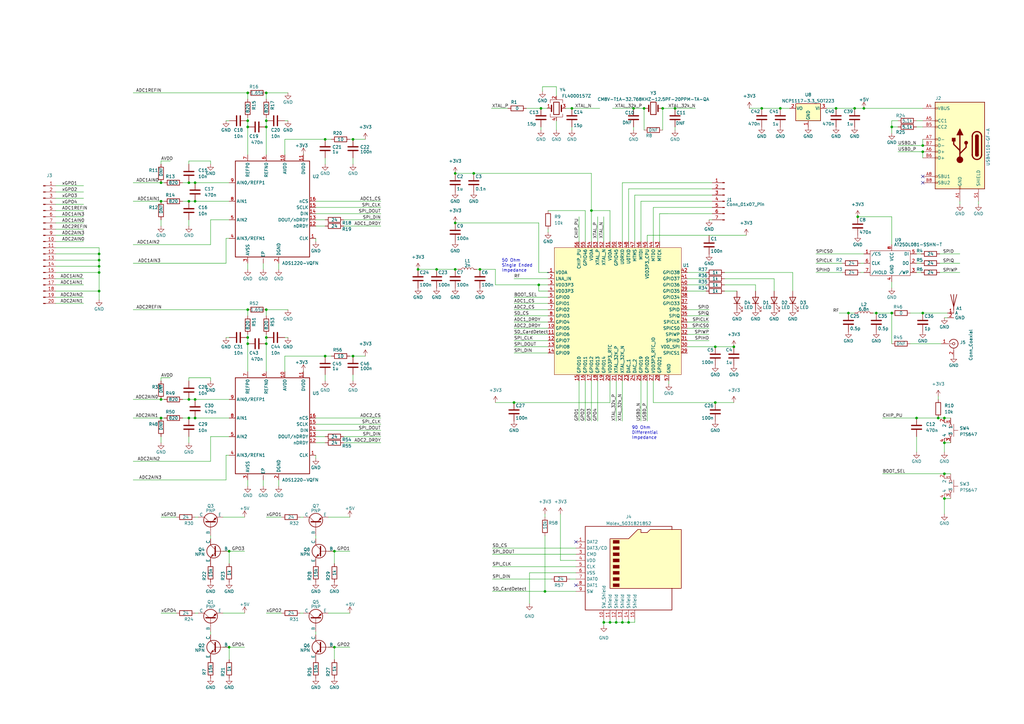
<source format=kicad_sch>
(kicad_sch (version 20230121) (generator eeschema)
  (paper "A3")
  (lib_symbols
    (symbol "Connector:Conn_01x07_Pin" (pin_names (offset 1.016) hide)
      (property "Reference" "J" (at 0 10.16 0))
      (property "Value" "Conn_01x07_Pin" (at 0 -10.16 0))
      (symbol "Conn_01x07_Pin_1_1"
        (pin passive line (at 5.08 7.62 180) (length 3.81) (name "Pin_1") (number "1"))
        (pin passive line (at 5.08 5.08 180) (length 3.81) (name "Pin_2") (number "2"))
        (pin passive line (at 5.08 2.54 180) (length 3.81) (name "Pin_3") (number "3"))
        (pin passive line (at 5.08 0 180) (length 3.81) (name "Pin_4") (number "4"))
        (pin passive line (at 5.08 -2.54 180) (length 3.81) (name "Pin_5") (number "5"))
        (pin passive line (at 5.08 -5.08 180) (length 3.81) (name "Pin_6") (number "6"))
        (pin passive line (at 5.08 -7.62 180) (length 3.81) (name "Pin_7") (number "7"))
      )
    )
    (symbol "Connector:Conn_01x20_Male" (pin_names (offset 1.016) hide)
      (property "Reference" "J" (at 0 25.4 0))
      (property "Value" "Conn_01x20_Male" (at 0 -27.94 0))
      (symbol "Conn_01x20_Male_1_1"
        (pin passive line (at 5.08 22.86 180) (length 3.81) (name "Pin_1") (number "1"))
        (pin passive line (at 5.08 0 180) (length 3.81) (name "Pin_10") (number "10"))
        (pin passive line (at 5.08 -2.54 180) (length 3.81) (name "Pin_11") (number "11"))
        (pin passive line (at 5.08 -5.08 180) (length 3.81) (name "Pin_12") (number "12"))
        (pin passive line (at 5.08 -7.62 180) (length 3.81) (name "Pin_13") (number "13"))
        (pin passive line (at 5.08 -10.16 180) (length 3.81) (name "Pin_14") (number "14"))
        (pin passive line (at 5.08 -12.7 180) (length 3.81) (name "Pin_15") (number "15"))
        (pin passive line (at 5.08 -15.24 180) (length 3.81) (name "Pin_16") (number "16"))
        (pin passive line (at 5.08 -17.78 180) (length 3.81) (name "Pin_17") (number "17"))
        (pin passive line (at 5.08 -20.32 180) (length 3.81) (name "Pin_18") (number "18"))
        (pin passive line (at 5.08 -22.86 180) (length 3.81) (name "Pin_19") (number "19"))
        (pin passive line (at 5.08 20.32 180) (length 3.81) (name "Pin_2") (number "2"))
        (pin passive line (at 5.08 -25.4 180) (length 3.81) (name "Pin_20") (number "20"))
        (pin passive line (at 5.08 17.78 180) (length 3.81) (name "Pin_3") (number "3"))
        (pin passive line (at 5.08 15.24 180) (length 3.81) (name "Pin_4") (number "4"))
        (pin passive line (at 5.08 12.7 180) (length 3.81) (name "Pin_5") (number "5"))
        (pin passive line (at 5.08 10.16 180) (length 3.81) (name "Pin_6") (number "6"))
        (pin passive line (at 5.08 7.62 180) (length 3.81) (name "Pin_7") (number "7"))
        (pin passive line (at 5.08 5.08 180) (length 3.81) (name "Pin_8") (number "8"))
        (pin passive line (at 5.08 2.54 180) (length 3.81) (name "Pin_9") (number "9"))
      )
    )
    (symbol "Connector:Conn_Coaxial" (pin_names (offset 1.016) hide)
      (property "Reference" "J" (at 0.254 3.048 0))
      (property "Value" "Conn_Coaxial" (at 2.921 0 90))
      (symbol "Conn_Coaxial_1_1"
        (pin passive line (at -5.08 0 0) (length 2.54) (name "In") (number "1"))
        (pin passive line (at 0 -5.08 90) (length 2.54) (name "Ext") (number "2"))
      )
    )
    (symbol "Connector:USB_C_Receptacle_USB2.0" (pin_names (offset 1.016))
      (property "Reference" "J" (at -10.16 19.05 0))
      (property "Value" "USB_C_Receptacle_USB2.0" (at 19.05 19.05 0))
      (symbol "USB_C_Receptacle_USB2.0_1_1"
        (pin passive line (at 0 -22.86 90) (length 5.08) (name "GND") (number "A1"))
        (pin passive line (at 0 -22.86 90) (length 5.08) hide (name "GND") (number "A12"))
        (pin passive line (at 15.24 15.24 180) (length 5.08) (name "VBUS") (number "A4"))
        (pin bidirectional line (at 15.24 10.16 180) (length 5.08) (name "CC1") (number "A5"))
        (pin bidirectional line (at 15.24 -2.54 180) (length 5.08) (name "D+") (number "A6"))
        (pin bidirectional line (at 15.24 2.54 180) (length 5.08) (name "D-") (number "A7"))
        (pin bidirectional line (at 15.24 -12.7 180) (length 5.08) (name "SBU1") (number "A8"))
        (pin passive line (at 15.24 15.24 180) (length 5.08) hide (name "VBUS") (number "A9"))
        (pin passive line (at 0 -22.86 90) (length 5.08) hide (name "GND") (number "B1"))
        (pin passive line (at 0 -22.86 90) (length 5.08) hide (name "GND") (number "B12"))
        (pin passive line (at 15.24 15.24 180) (length 5.08) hide (name "VBUS") (number "B4"))
        (pin bidirectional line (at 15.24 7.62 180) (length 5.08) (name "CC2") (number "B5"))
        (pin bidirectional line (at 15.24 -5.08 180) (length 5.08) (name "D+") (number "B6"))
        (pin bidirectional line (at 15.24 0 180) (length 5.08) (name "D-") (number "B7"))
        (pin bidirectional line (at 15.24 -15.24 180) (length 5.08) (name "SBU2") (number "B8"))
        (pin passive line (at 15.24 15.24 180) (length 5.08) hide (name "VBUS") (number "B9"))
        (pin passive line (at -7.62 -22.86 90) (length 5.08) (name "SHIELD") (number "S1"))
      )
    )
    (symbol "Device:C" (pin_numbers hide) (pin_names (offset 0.254))
      (property "Reference" "C" (at 0.635 2.54 0))
      (property "Value" "C" (at 0.635 -2.54 0))
      (symbol "C_1_1"
        (pin passive line (at 0 3.81 270) (length 2.794) (name "~") (number "1"))
        (pin passive line (at 0 -3.81 90) (length 2.794) (name "~") (number "2"))
      )
    )
    (symbol "Device:Crystal" (pin_numbers hide) (pin_names (offset 1.016) hide)
      (property "Reference" "Y" (at 0 3.81 0))
      (property "Value" "Crystal" (at 0 -3.81 0))
      (symbol "Crystal_1_1"
        (pin passive line (at -3.81 0 0) (length 1.27) (name "1") (number "1"))
        (pin passive line (at 3.81 0 180) (length 1.27) (name "2") (number "2"))
      )
    )
    (symbol "Device:Crystal_GND24" (pin_names (offset 1.016) hide)
      (property "Reference" "Y" (at 3.175 5.08 0))
      (property "Value" "Crystal_GND24" (at 3.175 3.175 0))
      (symbol "Crystal_GND24_1_1"
        (pin passive line (at -3.81 0 0) (length 1.27) (name "1") (number "1"))
        (pin passive line (at 0 5.08 270) (length 1.27) (name "2") (number "2"))
        (pin passive line (at 3.81 0 180) (length 1.27) (name "3") (number "3"))
        (pin passive line (at 0 -5.08 90) (length 1.27) (name "4") (number "4"))
      )
    )
    (symbol "Device:L" (pin_numbers hide) (pin_names (offset 1.016) hide)
      (property "Reference" "L" (at -1.27 0 90))
      (property "Value" "L" (at 1.905 0 90))
      (symbol "L_1_1"
        (pin passive line (at 0 3.81 270) (length 1.27) (name "1") (number "1"))
        (pin passive line (at 0 -3.81 90) (length 1.27) (name "2") (number "2"))
      )
    )
    (symbol "Device:LED" (pin_numbers hide) (pin_names (offset 1.016) hide)
      (property "Reference" "D" (at 0 2.54 0))
      (property "Value" "LED" (at 0 -2.54 0))
      (symbol "LED_1_1"
        (pin passive line (at -3.81 0 0) (length 2.54) (name "K") (number "1"))
        (pin passive line (at 3.81 0 180) (length 2.54) (name "A") (number "2"))
      )
    )
    (symbol "Device:R" (pin_numbers hide) (pin_names (offset 0))
      (property "Reference" "R" (at 2.032 0 90))
      (property "Value" "R" (at 0 0 90))
      (symbol "R_1_1"
        (pin passive line (at 0 3.81 270) (length 1.27) (name "~") (number "1"))
        (pin passive line (at 0 -3.81 90) (length 1.27) (name "~") (number "2"))
      )
    )
    (symbol "NoSim:ADS1220-VQFN"
      (property "Reference" "U" (at 33.02 36.83 0))
      (property "Value" "ADS1220-VQFN" (at 39.37 34.29 0))
      (symbol "ADS1220-VQFN_1_1"
        (pin input line (at 33.02 7.62 180) (length 2.54) (name "CLK") (number "1"))
        (pin power_in line (at 20.32 41.91 270) (length 2.54) (name "AVDD") (number "10"))
        (pin power_in line (at 27.94 41.91 270) (length 2.54) (name "DVDD") (number "11"))
        (pin output line (at 33.02 12.7 180) (length 2.54) (name "nDRDY") (number "12"))
        (pin output line (at 33.02 15.24 180) (length 2.54) (name "DOUT/nDRDY") (number "13"))
        (pin input line (at 33.02 17.78 180) (length 2.54) (name "DIN") (number "14"))
        (pin input line (at 33.02 20.32 180) (length 2.54) (name "SCLK") (number "15"))
        (pin input line (at 33.02 22.86 180) (length 2.54) (name "nCS") (number "16"))
        (pin passive line (at 11.43 -2.54 90) (length 1.9) (name "EP") (number "17"))
        (pin power_in line (at 17.78 -2.54 90) (length 2.54) (name "DGND") (number "2"))
        (pin power_in line (at 5.08 -2.54 90) (length 2.54) (name "AVSS") (number "3"))
        (pin bidirectional line (at -2.54 7.62 0) (length 2.54) (name "AIN3/REFN1") (number "4"))
        (pin bidirectional line (at -2.54 15.24 0) (length 2.54) (name "AIN2") (number "5"))
        (pin input line (at 12.7 41.91 270) (length 2.54) (name "REFN0") (number "6"))
        (pin input line (at 5.08 41.91 270) (length 2.54) (name "REFP0") (number "7"))
        (pin bidirectional line (at -2.54 22.86 0) (length 2.54) (name "AIN1") (number "8"))
        (pin bidirectional line (at -2.54 30.48 0) (length 2.54) (name "AIN0/REFP1") (number "9"))
      )
    )
    (symbol "Regulator_Linear:NCP1117-3.3_SOT223" (pin_names (offset 0.254))
      (property "Reference" "U" (at -3.81 3.175 0))
      (property "Value" "NCP1117-3.3_SOT223" (at 0 3.175 0))
      (symbol "NCP1117-3.3_SOT223_1_1"
        (pin power_in line (at 0 -7.62 90) (length 2.54) (name "GND") (number "1"))
        (pin power_out line (at 7.62 0 180) (length 2.54) (name "VO") (number "2"))
        (pin power_in line (at -7.62 0 0) (length 2.54) (name "VI") (number "3"))
      )
    )
    (symbol "Simulation_SPICE:NPN" (pin_numbers hide) (pin_names (offset 0))
      (property "Reference" "Q" (at -2.54 7.62 0))
      (property "Value" "NPN" (at -2.54 5.08 0))
      (symbol "NPN_1_1"
        (pin open_collector line (at 2.54 5.08 270) (length 2.54) (name "C") (number "1"))
        (pin input line (at -5.08 0 0) (length 2.54) (name "B") (number "2"))
        (pin open_emitter line (at 2.54 -5.08 90) (length 2.54) (name "E") (number "3"))
      )
    )
    (symbol "Simulation_SPICE:PNP" (pin_numbers hide) (pin_names (offset 0))
      (property "Reference" "Q" (at -2.54 7.62 0))
      (property "Value" "PNP" (at -2.54 5.08 0))
      (symbol "PNP_1_1"
        (pin open_collector line (at 2.54 5.08 270) (length 2.54) (name "C") (number "1"))
        (pin input line (at -5.08 0 0) (length 2.54) (name "B") (number "2"))
        (pin open_emitter line (at 2.54 -5.08 90) (length 2.54) (name "E") (number "3"))
      )
    )
    (symbol "ThermalMint:AT25DL081-SSHN-T"
      (property "Reference" "U" (at 11.43 10.16 0))
      (property "Value" "AT25DL081-SSHN-T" (at 20.32 -2.54 0))
      (symbol "AT25DL081-SSHN-T_1_1"
        (pin input line (at -2.54 7.62 0) (length 2.54) (name "/CS") (number "1"))
        (pin output line (at 19.05 3.81 180) (length 2.54) (name "DO") (number "2"))
        (pin input line (at 19.05 0 180) (length 2.54) (name "/WP") (number "3"))
        (pin passive line (at 8.89 -3.81 90) (length 2.54) (name "GND") (number "4"))
        (pin input line (at 19.05 7.62 180) (length 2.54) (name "DI") (number "5"))
        (pin input line (at -2.54 3.81 0) (length 2.54) (name "CLK") (number "6"))
        (pin input line (at -2.54 0 0) (length 2.54) (name "/HOLD") (number "7"))
        (pin passive line (at 8.89 11.43 270) (length 2.54) (name "VCC") (number "8"))
      )
    )
    (symbol "ThermalMint:AntennaWithGround"
      (property "Reference" "A" (at 3.81 3.81 0))
      (property "Value" "AntennaWithGround" (at 3.175 -1.905 0))
      (symbol "AntennaWithGround_1_1"
        (pin input line (at 0 1.905 0) (length 2.54) (name "A") (number "1"))
        (pin passive line (at 0 0 0) (length 2.54) (name "GND") (number "2"))
      )
    )
    (symbol "ThermalMint:ESP32-S2"
      (property "Reference" "U" (at 0.635 1.27 0))
      (symbol "ESP32-S2_1_1"
        (pin input line (at -2.54 -10.16 0) (length 2.54) (name "VDDA") (number "1"))
        (pin bidirectional line (at -2.54 -33.02 0) (length 2.54) (name "GPIO5") (number "10"))
        (pin bidirectional line (at -2.54 -35.56 0) (length 2.54) (name "GPIO6") (number "11"))
        (pin bidirectional line (at -2.54 -38.1 0) (length 2.54) (name "GPIO7") (number "12"))
        (pin bidirectional line (at -2.54 -40.64 0) (length 2.54) (name "GPIO8") (number "13"))
        (pin bidirectional line (at -2.54 -43.18 0) (length 2.54) (name "GPIO9") (number "14"))
        (pin bidirectional line (at 10.16 -54.61 90) (length 2.54) (name "GPIO10") (number "15"))
        (pin bidirectional line (at 12.7 -54.61 90) (length 2.54) (name "GPIO11") (number "16"))
        (pin bidirectional line (at 15.24 -54.61 90) (length 2.54) (name "GPIO12") (number "17"))
        (pin bidirectional line (at 17.78 -54.61 90) (length 2.54) (name "GPIO13") (number "18"))
        (pin bidirectional line (at 20.32 -54.61 90) (length 2.54) (name "GPIO14") (number "19"))
        (pin input line (at -2.54 -12.7 0) (length 2.54) (name "LNA_IN") (number "2"))
        (pin input line (at 22.86 -54.61 90) (length 2.54) (name "VDD3P3_RTC") (number "20"))
        (pin bidirectional line (at 25.4 -54.61 90) (length 2.54) (name "XTAL_32K_P") (number "21"))
        (pin input line (at 27.94 -54.61 90) (length 2.54) (name "XTAL_32K_N") (number "22"))
        (pin output line (at 30.48 -54.61 90) (length 2.54) (name "DAC_1") (number "23"))
        (pin output line (at 33.02 -54.61 90) (length 2.54) (name "DAC_2") (number "24"))
        (pin bidirectional line (at 35.56 -54.61 90) (length 2.54) (name "GPIO19") (number "25"))
        (pin bidirectional line (at 38.1 -54.61 90) (length 2.54) (name "GPIO20") (number "26"))
        (pin input line (at 40.64 -54.61 90) (length 2.54) (name "VDD3P3_RTC_IO") (number "27"))
        (pin bidirectional line (at 43.18 -54.61 90) (length 2.54) (name "GPIO21") (number "28"))
        (pin output line (at 54.61 -43.18 180) (length 2.54) (name "SPICS1") (number "29"))
        (pin input line (at -2.54 -15.24 0) (length 2.54) (name "VDD3P3") (number "3"))
        (pin input line (at 54.61 -40.64 180) (length 2.54) (name "VDD_SPI") (number "30"))
        (pin output line (at 54.61 -38.1 180) (length 2.54) (name "SPIHD") (number "31"))
        (pin output line (at 54.61 -35.56 180) (length 2.54) (name "SPIWP") (number "32"))
        (pin output line (at 54.61 -33.02 180) (length 2.54) (name "SPICS0") (number "33"))
        (pin output line (at 54.61 -30.48 180) (length 2.54) (name "SPICLK") (number "34"))
        (pin output line (at 54.61 -27.94 180) (length 2.54) (name "SPIQ") (number "35"))
        (pin bidirectional line (at 54.61 -25.4 180) (length 2.54) (name "SPID") (number "36"))
        (pin bidirectional line (at 54.61 -22.86 180) (length 2.54) (name "GPIO33") (number "37"))
        (pin bidirectional line (at 54.61 -20.32 180) (length 2.54) (name "GPIO34") (number "38"))
        (pin bidirectional line (at 54.61 -17.78 180) (length 2.54) (name "GPIO35") (number "39"))
        (pin input line (at -2.54 -17.78 0) (length 2.54) (name "VDD3P3") (number "4"))
        (pin bidirectional line (at 54.61 -15.24 180) (length 2.54) (name "GPIO36") (number "40"))
        (pin bidirectional line (at 54.61 -12.7 180) (length 2.54) (name "GPIO37") (number "41"))
        (pin bidirectional line (at 54.61 -10.16 180) (length 2.54) (name "GPIO38") (number "42"))
        (pin bidirectional line (at 43.18 2.54 270) (length 2.54) (name "MTCK") (number "43"))
        (pin bidirectional line (at 40.64 2.54 270) (length 2.54) (name "MTDO") (number "44"))
        (pin bidirectional line (at 38.1 2.54 270) (length 2.54) (name "VDD3P3_CPU") (number "45"))
        (pin bidirectional line (at 35.56 2.54 270) (length 2.54) (name "MTDI") (number "46"))
        (pin bidirectional line (at 33.02 2.54 270) (length 2.54) (name "MTMS") (number "47"))
        (pin output line (at 30.48 2.54 270) (length 2.54) (name "U0TXD") (number "48"))
        (pin input line (at 27.94 2.54 270) (length 2.54) (name "U0RXD") (number "49"))
        (pin bidirectional line (at -2.54 -20.32 0) (length 2.54) (name "GPIO0") (number "5"))
        (pin bidirectional line (at 25.4 2.54 270) (length 2.54) (name "GPIO45") (number "50"))
        (pin input line (at 22.86 2.54 270) (length 2.54) (name "VDDA") (number "51"))
        (pin bidirectional line (at 20.32 2.54 270) (length 2.54) (name "XTAL_N") (number "52"))
        (pin bidirectional line (at 17.78 2.54 270) (length 2.54) (name "XTAL_P") (number "53"))
        (pin bidirectional line (at 15.24 2.54 270) (length 2.54) (name "VDDA") (number "54"))
        (pin bidirectional line (at 12.7 2.54 270) (length 2.54) (name "GPIO46") (number "55"))
        (pin bidirectional line (at 10.16 2.54 270) (length 2.54) (name "CHIP_PU") (number "56"))
        (pin passive line (at 46.99 -54.61 90) (length 2.54) (name "GND") (number "57"))
        (pin bidirectional line (at -2.54 -22.86 0) (length 2.54) (name "GPIO1") (number "6"))
        (pin bidirectional line (at -2.54 -25.4 0) (length 2.54) (name "GPIO2") (number "7"))
        (pin bidirectional line (at -2.54 -27.94 0) (length 2.54) (name "GPIO3") (number "8"))
        (pin bidirectional line (at -2.54 -30.48 0) (length 2.54) (name "GPIO4") (number "9"))
      )
    )
    (symbol "ThermalMint:Molex_5031821852"
      (property "Reference" "J" (at 38.1 -3.81 0))
      (property "Value" "Molex_5031821852" (at 34.29 -6.35 0))
      (symbol "Molex_5031821852_1_1"
        (pin bidirectional line (at 0 25.4 0) (length 3.81) (name "DAT2") (number "1"))
        (pin passive line (at 11.43 -6.35 90) (length 3.81) (name "SW_Shield") (number "10"))
        (pin passive line (at 13.97 -6.35 90) (length 3.81) (name "Shield") (number "11"))
        (pin passive line (at 16.51 -6.35 90) (length 3.81) (name "Shield") (number "12"))
        (pin passive line (at 19.05 -6.35 90) (length 3.81) (name "Shield") (number "13"))
        (pin passive line (at 21.59 -6.35 90) (length 3.81) (name "Shield") (number "14"))
        (pin passive line (at 24.13 -6.35 90) (length 3.81) (name "Shield") (number "15"))
        (pin bidirectional line (at 0 22.86 0) (length 3.81) (name "DAT3/CD") (number "2"))
        (pin input line (at 0 20.32 0) (length 3.81) (name "CMD") (number "3"))
        (pin power_in line (at 0 17.78 0) (length 3.81) (name "VDD") (number "4"))
        (pin input line (at 0 15.24 0) (length 3.81) (name "CLK") (number "5"))
        (pin power_in line (at 0 12.7 0) (length 3.81) (name "VSS") (number "6"))
        (pin bidirectional line (at 0 10.16 0) (length 3.81) (name "DAT0") (number "7"))
        (pin bidirectional line (at 0 7.62 0) (length 3.81) (name "DAT1") (number "8"))
        (pin open_collector line (at 0 5.08 0) (length 3.81) (name "SW") (number "9"))
      )
    )
    (symbol "ThermalMint:PTS647"
      (property "Reference" "SW" (at -3.81 10.16 0))
      (property "Value" "PTS647" (at 6.35 10.16 0))
      (symbol "PTS647_0_1"
        (pin passive line (at -5.08 6.35 0) (length 2.54) (name "1") (number "1"))
        (pin passive line (at -5.08 3.81 0) (length 1.9) (name "2") (number "2"))
        (pin passive line (at 5.08 6.35 180) (length 2.54) (name "3") (number "3"))
        (pin passive line (at 5.08 3.81 180) (length 1.9) (name "4") (number "4"))
      )
    )
    (symbol "power:+3V3" (power) (pin_names (offset 0))
      (property "Value" "+3V3" (at 0 3.556 0))
      (symbol "+3V3_1_1"
        (pin power_in line (at 0 0 90) (length 0) hide (name "+3V3") (number "1"))
      )
    )
    (symbol "power:+5V" (power) (pin_names (offset 0))
      (property "Value" "+5V" (at 0 3.556 0))
      (symbol "+5V_1_1"
        (pin power_in line (at 0 0 90) (length 0) hide (name "+5V") (number "1"))
      )
    )
    (symbol "power:GND" (power) (pin_names (offset 0))
      (property "Value" "GND" (at 0 -3.81 0))
      (symbol "GND_1_1"
        (pin power_in line (at 0 0 270) (length 0) hide (name "GND") (number "1"))
      )
    )
  )
  (junction (at 109.22 140.97))
  (junction (at 342.9 44.45))
  (junction (at 293.37 165.1))
  (junction (at 378.46 59.69))
  (junction (at 347.98 128.397))
  (junction (at 221.869 44.45))
  (junction (at 171.45 110.49))
  (junction (at 101.6 52.07))
  (junction (at 242.57 86.36))
  (junction (at 66.04 82.55))
  (junction (at 101.6 138.43))
  (junction (at 133.35 57.15))
  (junction (at 387.35 171.45))
  (junction (at 196.85 110.49))
  (junction (at 312.42 44.45))
  (junction (at 77.47 163.83))
  (junction (at 375.92 171.45))
  (junction (at 101.6 127))
  (junction (at 101.6 38.1))
  (junction (at 80.01 163.83))
  (junction (at 365.76 128.397))
  (junction (at 359.41 128.397))
  (junction (at 109.22 49.53))
  (junction (at 378.46 62.23))
  (junction (at 387.35 194.31))
  (junction (at 144.78 146.05))
  (junction (at 80.01 74.93))
  (junction (at 179.07 110.49))
  (junction (at 252.73 255.27))
  (junction (at 66.04 163.83))
  (junction (at 77.47 171.45))
  (junction (at 210.82 165.1))
  (junction (at 109.22 127))
  (junction (at 137.16 226.06))
  (junction (at 220.98 116.84))
  (junction (at 250.19 255.27))
  (junction (at 40.64 119.38))
  (junction (at 40.64 109.22))
  (junction (at 109.22 138.43))
  (junction (at 80.01 171.45))
  (junction (at 264.16 44.45))
  (junction (at 66.04 171.45))
  (junction (at 93.98 226.06))
  (junction (at 387.35 181.61))
  (junction (at 293.37 142.24))
  (junction (at 101.6 140.97))
  (junction (at 234.569 44.45))
  (junction (at 137.16 265.43))
  (junction (at 186.69 110.49))
  (junction (at 186.69 91.44))
  (junction (at 259.842 44.45))
  (junction (at 40.64 106.68))
  (junction (at 247.65 255.27))
  (junction (at 66.04 74.93))
  (junction (at 40.64 111.76))
  (junction (at 93.98 265.43))
  (junction (at 300.99 142.24))
  (junction (at 186.69 71.12))
  (junction (at 271.78 44.45))
  (junction (at 351.79 88.9))
  (junction (at 77.47 82.55))
  (junction (at 144.78 57.15))
  (junction (at 387.35 204.47))
  (junction (at 365.76 52.07))
  (junction (at 350.52 44.45))
  (junction (at 109.22 52.07))
  (junction (at 255.27 255.27))
  (junction (at 384.81 171.45))
  (junction (at 133.35 146.05))
  (junction (at 40.64 104.14))
  (junction (at 101.6 49.53))
  (junction (at 80.01 82.55))
  (junction (at 194.31 71.12))
  (junction (at 320.04 44.45))
  (junction (at 257.81 255.27))
  (junction (at 354.33 44.45))
  (junction (at 223.52 242.57))
  (junction (at 276.86 44.45))
  (junction (at 77.47 74.93))
  (junction (at 109.22 38.1))
  (junction (at 378.46 128.397))
  (no_connect (at 236.22 222.25))
  (no_connect (at 378.46 74.93))
  (no_connect (at 378.46 72.39))
  (no_connect (at 236.22 240.03))
  (wire (pts (xy 368.3 62.23) (xy 378.46 62.23)))
  (wire (pts (xy 140.97 181.61) (xy 156.21 181.61)))
  (wire (pts (xy 255.27 255.27) (xy 257.81 255.27)))
  (wire (pts (xy 86.36 259.08) (xy 86.36 260.35)))
  (wire (pts (xy 143.51 146.05) (xy 144.78 146.05)))
  (wire (pts (xy 186.69 110.49) (xy 187.96 110.49)))
  (wire (pts (xy 101.6 127) (xy 101.6 129.54)))
  (wire (pts (xy 236.22 229.87) (xy 229.87 229.87)))
  (wire (pts (xy 201.93 224.79) (xy 236.22 224.79)))
  (wire (pts (xy 40.64 111.76) (xy 40.64 119.38)))
  (wire (pts (xy 107.95 196.85) (xy 107.95 199.39)))
  (wire (pts (xy 129.54 259.08) (xy 129.54 260.35)))
  (wire (pts (xy 109.22 138.43) (xy 109.22 140.97)))
  (wire (pts (xy 224.79 86.36) (xy 240.03 86.36)))
  (wire (pts (xy 387.35 204.47) (xy 387.35 210.82)))
  (wire (pts (xy 373.38 140.97) (xy 386.08 140.97)))
  (wire (pts (xy 259.842 53.34) (xy 259.842 52.07)))
  (wire (pts (xy 195.58 110.49) (xy 196.85 110.49)))
  (wire (pts (xy 220.98 116.84) (xy 203.2 116.84)))
  (wire (pts (xy 54.61 74.93) (xy 66.04 74.93)))
  (wire (pts (xy 250.19 165.1) (xy 250.19 156.21)))
  (wire (pts (xy 22.86 99.06) (xy 34.29 99.06)))
  (wire (pts (xy 387.35 171.45) (xy 389.89 171.45)))
  (wire (pts (xy 77.47 171.45) (xy 80.01 171.45)))
  (wire (pts (xy 92.71 138.43) (xy 93.98 138.43)))
  (wire (pts (xy 375.92 185.42) (xy 375.92 179.07)))
  (wire (pts (xy 129.54 87.63) (xy 156.21 87.63)))
  (wire (pts (xy 267.97 165.1) (xy 293.37 165.1)))
  (wire (pts (xy 101.6 140.97) (xy 101.6 152.4)))
  (wire (pts (xy 274.32 156.21) (xy 274.32 157.48)))
  (wire (pts (xy 334.645 111.76) (xy 345.44 111.76)))
  (wire (pts (xy 91.44 251.46) (xy 100.33 251.46)))
  (wire (pts (xy 365.76 52.07) (xy 365.76 49.53)))
  (wire (pts (xy 365.76 49.53) (xy 368.3 49.53)))
  (wire (pts (xy 92.71 196.85) (xy 92.71 186.69)))
  (wire (pts (xy 179.07 110.49) (xy 186.69 110.49)))
  (wire (pts (xy 22.86 106.68) (xy 40.64 106.68)))
  (wire (pts (xy 281.94 129.54) (xy 290.83 129.54)))
  (wire (pts (xy 129.54 97.79) (xy 129.54 99.06)))
  (wire (pts (xy 54.61 82.55) (xy 66.04 82.55)))
  (wire (pts (xy 129.54 85.09) (xy 156.21 85.09)))
  (wire (pts (xy 224.79 93.98) (xy 224.79 95.25)))
  (wire (pts (xy 66.04 179.07) (xy 66.04 181.61)))
  (wire (pts (xy 54.61 107.95) (xy 92.71 107.95)))
  (wire (pts (xy 236.22 234.95) (xy 217.17 234.95)))
  (wire (pts (xy 260.35 255.27) (xy 260.35 254)))
  (wire (pts (xy 203.2 165.1) (xy 210.82 165.1)))
  (wire (pts (xy 124.46 63.246) (xy 124.46 63.5)))
  (wire (pts (xy 365.76 88.9) (xy 351.79 88.9)))
  (wire (pts (xy 281.94 137.16) (xy 290.83 137.16)))
  (wire (pts (xy 359.41 128.397) (xy 358.14 128.397)))
  (wire (pts (xy 22.86 91.44) (xy 34.29 91.44)))
  (wire (pts (xy 129.54 92.71) (xy 133.35 92.71)))
  (wire (pts (xy 144.78 64.77) (xy 144.78 67.31)))
  (wire (pts (xy 116.84 49.53) (xy 118.11 49.53)))
  (wire (pts (xy 77.47 179.07) (xy 77.47 181.61)))
  (wire (pts (xy 123.19 251.46) (xy 124.46 251.46)))
  (wire (pts (xy 354.33 44.45) (xy 378.46 44.45)))
  (wire (pts (xy 353.06 107.95) (xy 354.33 107.95)))
  (wire (pts (xy 22.86 78.74) (xy 34.29 78.74)))
  (wire (pts (xy 281.94 116.84) (xy 289.56 116.84)))
  (wire (pts (xy 109.22 127) (xy 109.22 129.54)))
  (wire (pts (xy 385.445 104.14) (xy 393.7 104.14)))
  (wire (pts (xy 22.86 101.6) (xy 40.64 101.6)))
  (wire (pts (xy 40.64 104.14) (xy 40.64 101.6)))
  (wire (pts (xy 40.64 106.68) (xy 40.64 104.14)))
  (wire (pts (xy 40.64 109.22) (xy 40.64 106.68)))
  (wire (pts (xy 342.9 44.45) (xy 350.52 44.45)))
  (wire (pts (xy 77.47 66.04) (xy 77.47 67.31)))
  (wire (pts (xy 101.6 138.43) (xy 101.6 140.97)))
  (wire (pts (xy 325.12 111.76) (xy 325.12 119.38)))
  (wire (pts (xy 133.35 153.67) (xy 133.35 156.21)))
  (wire (pts (xy 40.64 109.22) (xy 40.64 111.76)))
  (wire (pts (xy 385.445 107.95) (xy 393.7 107.95)))
  (wire (pts (xy 129.54 186.69) (xy 129.54 187.96)))
  (wire (pts (xy 260.35 99.06) (xy 260.35 80.01)))
  (wire (pts (xy 300.99 165.1) (xy 293.37 165.1)))
  (wire (pts (xy 144.78 146.05) (xy 149.86 146.05)))
  (wire (pts (xy 267.97 165.1) (xy 267.97 156.21)))
  (wire (pts (xy 92.71 186.69) (xy 93.98 186.69)))
  (wire (pts (xy 368.3 59.69) (xy 378.46 59.69)))
  (wire (pts (xy 137.16 265.43) (xy 137.16 270.51)))
  (wire (pts (xy 309.88 116.84) (xy 309.88 119.38)))
  (wire (pts (xy 171.45 110.49) (xy 179.07 110.49)))
  (wire (pts (xy 290.83 134.62) (xy 281.94 134.62)))
  (wire (pts (xy 252.73 255.27) (xy 255.27 255.27)))
  (wire (pts (xy 210.82 129.54) (xy 224.79 129.54)))
  (wire (pts (xy 129.54 181.61) (xy 133.35 181.61)))
  (wire (pts (xy 220.98 91.44) (xy 220.98 111.76)))
  (wire (pts (xy 66.04 156.21) (xy 66.04 154.94)))
  (wire (pts (xy 129.54 179.07) (xy 133.35 179.07)))
  (wire (pts (xy 260.35 80.01) (xy 292.1 80.01)))
  (wire (pts (xy 232.029 44.45) (xy 234.569 44.45)))
  (wire (pts (xy 276.86 53.34) (xy 276.86 52.07)))
  (wire (pts (xy 80.01 171.45) (xy 93.98 171.45)))
  (wire (pts (xy 271.78 44.45) (xy 276.86 44.45)))
  (wire (pts (xy 66.04 67.31) (xy 66.04 66.04)))
  (wire (pts (xy 77.47 90.17) (xy 77.47 92.71)))
  (wire (pts (xy 393.7 83.82) (xy 393.7 82.55)))
  (wire (pts (xy 259.842 44.45) (xy 264.16 44.45)))
  (wire (pts (xy 77.47 82.55) (xy 80.01 82.55)))
  (wire (pts (xy 223.52 219.71) (xy 223.52 242.57)))
  (wire (pts (xy 297.18 111.76) (xy 325.12 111.76)))
  (wire (pts (xy 387.35 130.302) (xy 388.62 130.302)))
  (wire (pts (xy 375.92 107.95) (xy 377.825 107.95)))
  (wire (pts (xy 297.18 114.3) (xy 317.5 114.3)))
  (wire (pts (xy 93.98 179.07) (xy 86.36 179.07)))
  (wire (pts (xy 54.61 189.23) (xy 86.36 189.23)))
  (wire (pts (xy 129.54 219.71) (xy 129.54 220.98)))
  (wire (pts (xy 220.98 119.38) (xy 220.98 116.84)))
  (wire (pts (xy 201.93 242.57) (xy 223.52 242.57)))
  (wire (pts (xy 210.82 142.24) (xy 224.79 142.24)))
  (wire (pts (xy 93.98 226.06) (xy 93.98 231.14)))
  (wire (pts (xy 384.81 162.56) (xy 384.81 163.83)))
  (wire (pts (xy 262.89 82.55) (xy 292.1 82.55)))
  (wire (pts (xy 267.97 85.09) (xy 267.97 99.06)))
  (wire (pts (xy 203.2 116.84) (xy 203.2 110.49)))
  (wire (pts (xy 228.219 35.56) (xy 222.504 35.56)))
  (wire (pts (xy 22.86 121.92) (xy 34.163 121.92)))
  (wire (pts (xy 129.54 82.55) (xy 156.21 82.55)))
  (wire (pts (xy 54.61 171.45) (xy 66.04 171.45)))
  (wire (pts (xy 210.82 114.3) (xy 224.79 114.3)))
  (wire (pts (xy 312.42 44.45) (xy 320.04 44.45)))
  (wire (pts (xy 114.3 196.85) (xy 114.3 199.39)))
  (wire (pts (xy 137.16 226.06) (xy 143.51 226.06)))
  (wire (pts (xy 334.645 107.95) (xy 345.44 107.95)))
  (wire (pts (xy 387.35 194.31) (xy 389.89 194.31)))
  (wire (pts (xy 129.54 171.45) (xy 156.21 171.45)))
  (wire (pts (xy 262.89 156.21) (xy 262.89 172.72)))
  (wire (pts (xy 74.93 82.55) (xy 77.47 82.55)))
  (wire (pts (xy 93.98 226.06) (xy 100.33 226.06)))
  (wire (pts (xy 77.47 154.94) (xy 86.36 154.94)))
  (wire (pts (xy 252.73 254) (xy 252.73 255.27)))
  (wire (pts (xy 77.47 66.04) (xy 86.36 66.04)))
  (wire (pts (xy 54.61 163.83) (xy 66.04 163.83)))
  (wire (pts (xy 86.36 219.71) (xy 86.36 220.98)))
  (wire (pts (xy 186.69 71.12) (xy 194.31 71.12)))
  (wire (pts (xy 276.86 44.45) (xy 285.242 44.45)))
  (wire (pts (xy 66.04 251.46) (xy 72.39 251.46)))
  (wire (pts (xy 22.86 86.36) (xy 34.29 86.36)))
  (wire (pts (xy 210.82 139.7) (xy 224.79 139.7)))
  (wire (pts (xy 129.54 90.17) (xy 133.35 90.17)))
  (wire (pts (xy 109.22 52.07) (xy 109.22 63.5)))
  (wire (pts (xy 255.27 156.21) (xy 255.27 172.72)))
  (wire (pts (xy 92.71 49.53) (xy 93.98 49.53)))
  (wire (pts (xy 54.61 38.1) (xy 101.6 38.1)))
  (wire (pts (xy 270.51 99.06) (xy 270.51 87.6341)))
  (wire (pts (xy 242.57 156.21) (xy 242.57 172.72)))
  (wire (pts (xy 109.22 251.46) (xy 115.57 251.46)))
  (wire (pts (xy 123.19 212.09) (xy 124.46 212.09)))
  (wire (pts (xy 22.86 124.46) (xy 34.29 124.46)))
  (wire (pts (xy 210.82 144.78) (xy 224.79 144.78)))
  (wire (pts (xy 144.78 153.67) (xy 144.78 156.21)))
  (wire (pts (xy 375.92 52.07) (xy 378.46 52.07)))
  (wire (pts (xy 378.46 62.23) (xy 378.46 64.77)))
  (wire (pts (xy 247.65 255.27) (xy 247.65 256.54)))
  (wire (pts (xy 93.98 265.43) (xy 93.98 270.51)))
  (wire (pts (xy 196.85 110.49) (xy 203.2 110.49)))
  (wire (pts (xy 300.99 142.24) (xy 293.37 142.24)))
  (wire (pts (xy 80.01 251.46) (xy 81.28 251.46)))
  (wire (pts (xy 116.84 138.43) (xy 118.11 138.43)))
  (wire (pts (xy 22.86 76.2) (xy 34.29 76.2)))
  (wire (pts (xy 344.17 128.397) (xy 347.98 128.397)))
  (wire (pts (xy 281.94 132.08) (xy 290.83 132.08)))
  (wire (pts (xy 257.81 254) (xy 257.81 255.27)))
  (wire (pts (xy 247.65 255.27) (xy 250.19 255.27)))
  (wire (pts (xy 114.3 107.95) (xy 114.3 110.49)))
  (wire (pts (xy 54.61 196.85) (xy 92.71 196.85)))
  (wire (pts (xy 109.22 137.16) (xy 109.22 138.43)))
  (wire (pts (xy 378.46 57.15) (xy 378.46 59.69)))
  (wire (pts (xy 80.01 82.55) (xy 93.98 82.55)))
  (wire (pts (xy 74.93 171.45) (xy 77.47 171.45)))
  (wire (pts (xy 242.57 71.12) (xy 242.57 86.36)))
  (wire (pts (xy 22.86 96.52) (xy 34.29 96.52)))
  (wire (pts (xy 385.445 111.76) (xy 393.7 111.76)))
  (wire (pts (xy 101.6 38.1) (xy 101.6 40.64)))
  (wire (pts (xy 264.16 53.34) (xy 264.16 44.45)))
  (wire (pts (xy 93.98 265.43) (xy 100.33 265.43)))
  (wire (pts (xy 257.81 99.06) (xy 257.81 77.47)))
  (wire (pts (xy 92.71 107.95) (xy 92.71 97.79)))
  (wire (pts (xy 281.94 139.7) (xy 290.83 139.7)))
  (wire (pts (xy 245.11 156.21) (xy 245.11 172.72)))
  (wire (pts (xy 66.04 90.17) (xy 66.04 92.71)))
  (wire (pts (xy 22.86 109.22) (xy 40.64 109.22)))
  (wire (pts (xy 140.97 92.71) (xy 156.21 92.71)))
  (wire (pts (xy 210.82 124.46) (xy 224.79 124.46)))
  (wire (pts (xy 129.54 173.99) (xy 156.21 173.99)))
  (wire (pts (xy 80.01 74.93) (xy 93.98 74.93)))
  (wire (pts (xy 242.57 86.36) (xy 242.57 99.06)))
  (wire (pts (xy 210.82 137.16) (xy 224.79 137.16)))
  (wire (pts (xy 387.35 204.47) (xy 389.89 204.47)))
  (wire (pts (xy 144.78 57.15) (xy 149.86 57.15)))
  (wire (pts (xy 375.92 111.76) (xy 377.825 111.76)))
  (wire (pts (xy 281.94 114.3) (xy 289.56 114.3)))
  (wire (pts (xy 265.43 156.21) (xy 265.43 172.72)))
  (wire (pts (xy 223.52 210.82) (xy 223.52 212.09)))
  (wire (pts (xy 116.84 146.05) (xy 133.35 146.05)))
  (wire (pts (xy 143.51 57.15) (xy 144.78 57.15)))
  (wire (pts (xy 281.94 142.24) (xy 293.37 142.24)))
  (wire (pts (xy 91.44 212.09) (xy 100.33 212.09)))
  (wire (pts (xy 66.04 74.93) (xy 67.31 74.93)))
  (wire (pts (xy 137.16 226.06) (xy 137.16 231.14)))
  (wire (pts (xy 224.79 119.38) (xy 220.98 119.38)))
  (wire (pts (xy 134.62 226.06) (xy 137.16 226.06)))
  (wire (pts (xy 222.504 35.56) (xy 222.504 37.465)))
  (wire (pts (xy 262.89 99.06) (xy 262.89 82.55)))
  (wire (pts (xy 265.43 96.52) (xy 306.07 96.52)))
  (wire (pts (xy 361.95 194.31) (xy 387.35 194.31)))
  (wire (pts (xy 334.645 104.14) (xy 354.33 104.14)))
  (wire (pts (xy 54.61 100.33) (xy 86.36 100.33)))
  (wire (pts (xy 54.61 127) (xy 101.6 127)))
  (wire (pts (xy 361.95 171.45) (xy 375.92 171.45)))
  (wire (pts (xy 22.86 104.14) (xy 40.64 104.14)))
  (wire (pts (xy 365.76 100.33) (xy 365.76 88.9)))
  (wire (pts (xy 133.35 146.05) (xy 135.89 146.05)))
  (wire (pts (xy 109.22 140.97) (xy 109.22 152.4)))
  (wire (pts (xy 365.76 128.397) (xy 359.41 128.397)))
  (wire (pts (xy 217.17 234.95) (xy 217.17 247.65)))
  (wire (pts (xy 270.51 87.6341) (xy 292.1 87.63)))
  (wire (pts (xy 134.62 212.09) (xy 143.51 212.09)))
  (wire (pts (xy 66.04 66.04) (xy 69.85 66.04)))
  (wire (pts (xy 201.93 227.33) (xy 236.22 227.33)))
  (wire (pts (xy 281.94 119.38) (xy 289.56 119.38)))
  (wire (pts (xy 66.04 171.45) (xy 67.31 171.45)))
  (wire (pts (xy 134.62 265.43) (xy 137.16 265.43)))
  (wire (pts (xy 247.65 88.9) (xy 247.65 99.06)))
  (wire (pts (xy 242.57 86.36) (xy 250.19 86.36)))
  (wire (pts (xy 86.36 154.94) (xy 86.36 156.21)))
  (wire (pts (xy 134.62 251.46) (xy 143.51 251.46)))
  (wire (pts (xy 312.42 44.45) (xy 307.34 44.45)))
  (wire (pts (xy 236.22 242.57) (xy 223.52 242.57)))
  (wire (pts (xy 257.81 77.47) (xy 292.1 77.47)))
  (wire (pts (xy 210.82 132.08) (xy 224.79 132.08)))
  (wire (pts (xy 80.01 163.83) (xy 93.98 163.83)))
  (wire (pts (xy 77.47 74.93) (xy 80.01 74.93)))
  (wire (pts (xy 109.22 127) (xy 118.11 127)))
  (wire (pts (xy 290.83 90.17) (xy 292.1 90.17)))
  (wire (pts (xy 22.86 119.38) (xy 40.64 119.38)))
  (wire (pts (xy 124.46 152.146) (xy 124.46 152.4)))
  (wire (pts (xy 339.09 44.45) (xy 342.9 44.45)))
  (wire (pts (xy 201.93 232.41) (xy 236.22 232.41)))
  (wire (pts (xy 186.69 91.44) (xy 220.98 91.44)))
  (wire (pts (xy 350.52 128.397) (xy 347.98 128.397)))
  (wire (pts (xy 101.6 196.85) (xy 101.6 199.39)))
  (wire (pts (xy 221.869 44.45) (xy 224.409 44.45)))
  (wire (pts (xy 109.22 48.26) (xy 109.22 49.53)))
  (wire (pts (xy 109.22 49.53) (xy 109.22 52.07)))
  (wire (pts (xy 271.78 53.34) (xy 271.78 44.45)))
  (wire (pts (xy 350.52 44.45) (xy 354.33 44.45)))
  (wire (pts (xy 401.32 83.82) (xy 401.32 82.55)))
  (wire (pts (xy 255.27 254) (xy 255.27 255.27)))
  (wire (pts (xy 101.6 107.95) (xy 101.6 110.49)))
  (wire (pts (xy 22.86 116.84) (xy 34.29 116.84)))
  (wire (pts (xy 116.84 57.15) (xy 116.84 63.5)))
  (wire (pts (xy 109.22 38.1) (xy 118.11 38.1)))
  (wire (pts (xy 245.11 88.9) (xy 245.11 99.06)))
  (wire (pts (xy 80.01 212.09) (xy 81.28 212.09)))
  (wire (pts (xy 252.73 156.21) (xy 252.73 172.72)))
  (wire (pts (xy 133.35 57.15) (xy 135.89 57.15)))
  (wire (pts (xy 229.87 229.87) (xy 229.87 210.82)))
  (wire (pts (xy 255.27 74.93) (xy 292.1 74.93)))
  (wire (pts (xy 140.97 90.17) (xy 156.21 90.17)))
  (wire (pts (xy 375.92 171.45) (xy 384.81 171.45)))
  (wire (pts (xy 91.44 226.06) (xy 93.98 226.06)))
  (wire (pts (xy 387.35 181.61) (xy 387.35 185.42)))
  (wire (pts (xy 22.86 93.98) (xy 34.29 93.98)))
  (wire (pts (xy 353.06 111.76) (xy 354.33 111.76)))
  (wire (pts (xy 365.76 118.11) (xy 365.76 115.57)))
  (wire (pts (xy 384.81 171.45) (xy 387.35 171.45)))
  (wire (pts (xy 107.95 107.95) (xy 107.95 110.49)))
  (wire (pts (xy 133.35 64.77) (xy 133.35 67.31)))
  (wire (pts (xy 373.38 128.397) (xy 378.46 128.397)))
  (wire (pts (xy 66.04 82.55) (xy 67.31 82.55)))
  (wire (pts (xy 267.97 85.09) (xy 292.1 85.09)))
  (wire (pts (xy 22.86 81.28) (xy 34.29 81.28)))
  (wire (pts (xy 137.16 265.43) (xy 143.51 265.43)))
  (wire (pts (xy 228.219 39.37) (xy 228.219 35.56)))
  (wire (pts (xy 250.19 255.27) (xy 252.73 255.27)))
  (wire (pts (xy 101.6 48.26) (xy 101.6 49.53)))
  (wire (pts (xy 378.46 128.397) (xy 388.62 128.397)))
  (wire (pts (xy 281.94 111.76) (xy 289.56 111.76)))
  (wire (pts (xy 116.84 146.05) (xy 116.84 152.4)))
  (wire (pts (xy 74.93 74.93) (xy 77.47 74.93)))
  (wire (pts (xy 129.54 176.53) (xy 156.21 176.53)))
  (wire (pts (xy 201.549 44.45) (xy 208.28 44.45)))
  (wire (pts (xy 93.98 90.17) (xy 86.36 90.17)))
  (wire (pts (xy 109.22 38.1) (xy 109.22 40.64)))
  (wire (pts (xy 22.86 88.9) (xy 34.29 88.9)))
  (wire (pts (xy 91.44 265.43) (xy 93.98 265.43)))
  (wire (pts (xy 101.6 137.16) (xy 101.6 138.43)))
  (wire (pts (xy 387.35 181.61) (xy 389.89 181.61)))
  (wire (pts (xy 317.5 114.3) (xy 317.5 119.38)))
  (wire (pts (xy 320.04 44.45) (xy 323.85 44.45)))
  (wire (pts (xy 66.04 154.94) (xy 69.85 154.94)))
  (wire (pts (xy 210.82 134.62) (xy 224.79 134.62)))
  (wire (pts (xy 86.36 179.07) (xy 86.36 189.23)))
  (wire (pts (xy 365.76 52.07) (xy 368.3 52.07)))
  (wire (pts (xy 140.97 179.07) (xy 156.21 179.07)))
  (wire (pts (xy 77.47 163.83) (xy 80.01 163.83)))
  (wire (pts (xy 101.6 49.53) (xy 101.6 52.07)))
  (wire (pts (xy 365.76 128.397) (xy 365.76 140.97)))
  (wire (pts (xy 234.569 53.34) (xy 234.569 52.07)))
  (wire (pts (xy 220.98 116.84) (xy 224.79 116.84)))
  (wire (pts (xy 237.49 156.21) (xy 237.49 172.72)))
  (wire (pts (xy 220.98 111.76) (xy 224.79 111.76)))
  (wire (pts (xy 297.18 119.38) (xy 302.26 119.38)))
  (wire (pts (xy 101.6 52.07) (xy 101.6 63.5)))
  (wire (pts (xy 74.93 163.83) (xy 77.47 163.83)))
  (wire (pts (xy 210.82 165.1) (xy 250.19 165.1)))
  (wire (pts (xy 66.04 212.09) (xy 72.39 212.09)))
  (wire (pts (xy 22.86 114.3) (xy 34.29 114.3)))
  (wire (pts (xy 375.92 104.14) (xy 377.825 104.14)))
  (wire (pts (xy 250.19 254) (xy 250.19 255.27)))
  (wire (pts (xy 297.18 116.84) (xy 309.88 116.84)))
  (wire (pts (xy 221.869 53.34) (xy 221.869 52.07)))
  (wire (pts (xy 250.19 99.06) (xy 250.19 86.36)))
  (wire (pts (xy 247.65 254) (xy 247.65 255.27)))
  (wire (pts (xy 194.31 71.12) (xy 242.57 71.12)))
  (wire (pts (xy 257.81 255.27) (xy 260.35 255.27)))
  (wire (pts (xy 86.36 66.04) (xy 86.36 67.31)))
  (wire (pts (xy 66.04 163.83) (xy 67.31 163.83)))
  (wire (pts (xy 251.206 44.45) (xy 259.842 44.45)))
  (wire (pts (xy 234.569 44.45) (xy 245.999 44.45)))
  (wire (pts (xy 240.03 156.21) (xy 240.03 172.72)))
  (wire (pts (xy 236.22 237.49) (xy 233.68 237.49)))
  (wire (pts (xy 240.03 86.36) (xy 240.03 99.06)))
  (wire (pts (xy 365.76 54.61) (xy 365.76 52.07)))
  (wire (pts (xy 210.82 121.92) (xy 224.79 121.92)))
  (wire (pts (xy 92.71 97.79) (xy 93.98 97.79)))
  (wire (pts (xy 77.47 154.94) (xy 77.47 156.21)))
  (wire (pts (xy 201.93 237.49) (xy 226.06 237.49)))
  (wire (pts (xy 237.49 88.9) (xy 237.49 99.06)))
  (wire (pts (xy 86.36 90.17) (xy 86.36 100.33)))
  (wire (pts (xy 215.9 44.45) (xy 221.869 44.45)))
  (wire (pts (xy 116.84 57.15) (xy 133.35 57.15)))
  (wire (pts (xy 265.43 99.06) (xy 265.43 96.52)))
  (wire (pts (xy 228.219 53.34) (xy 228.219 49.53)))
  (wire (pts (xy 109.22 212.09) (xy 115.57 212.09)))
  (wire (pts (xy 375.92 49.53) (xy 378.46 49.53)))
  (wire (pts (xy 210.82 127) (xy 224.79 127)))
  (wire (pts (xy 22.86 83.82) (xy 34.29 83.82)))
  (wire (pts (xy 255.27 99.06) (xy 255.27 74.93)))
  (wire (pts (xy 40.64 119.38) (xy 40.64 122.936)))
  (wire (pts (xy 22.86 111.76) (xy 40.64 111.76)))
  (wire (pts (xy 281.94 127) (xy 290.83 127)))
  (text "50 Ohm \nSingle Ended\nImpedance" (at 205.74 111.76 0) (effects (font (size 1.27 1.27)) (justify left bottom)))
  (text "90 Ohm \nDifferential\nImpedance" (at 259.08 180.34 0) (effects (font (size 1.27 1.27)) (justify left bottom)))
  (label "SPID" (at 386.715 104.14 0))
  (label "ADC2_DRDY" (at 156.21 181.61 180))
  (label "XTAL_N" (at 235.839 44.45 0))
  (label "CHIP_PU" (at 361.95 171.45 0))
  (label "XTAL_32k_P" (at 252.73 172.72 90))
  (label "SPIQ" (at 290.83 129.54 180))
  (label "SPIWP" (at 290.83 137.16 180))
  (label "AVDD" (at 66.04 154.94 0))
  (label "SPID" (at 290.83 127 180))
  (label "xGPO3" (at 66.04 212.09 0))
  (label "XTAL_P" (at 201.803 44.45 0))
  (label "SPIWP" (at 386.715 111.76 0))
  (label "ADC2_CS" (at 156.21 171.45 180))
  (label "SPI_DIN" (at 201.93 237.49 0))
  (label "ADC1AIN2" (at 24.765 114.3 0))
  (label "USBD_P" (at 368.3 62.23 0))
  (label "XTAL_32k_P" (at 252.222 44.45 0))
  (label "BOOT_SEL" (at 361.95 194.31 0))
  (label "ADC1AIN3" (at 56.642 107.95 0))
  (label "xGPO4" (at 25.4 83.82 0))
  (label "xGPO2" (at 25.4 78.74 0))
  (label "ADC2AIN1" (at 55.626 171.45 0))
  (label "ADC2AIN0" (at 25.4 99.06 0))
  (label "USBD_N" (at 368.3 59.69 0))
  (label "ADC2REFIN" (at 55.88 127 0))
  (label "SPI_CLK" (at 156.21 173.99 180))
  (label "SD_CardDetect" (at 210.82 137.16 0))
  (label "SPI_DIN" (at 156.21 179.07 180))
  (label "ADC2AIN1" (at 24.765 124.46 0))
  (label "AVDD" (at 66.04 66.04 0))
  (label "SPI_DOUT" (at 156.21 87.63 180))
  (label "xGPO4" (at 66.04 251.46 0))
  (label "GPO1" (at 237.49 172.72 90))
  (label "xGPO3" (at 25.4 81.28 0))
  (label "SD_CardDetect" (at 201.93 242.57 0))
  (label "GPO3" (at 100.33 226.06 180))
  (label "GPO3" (at 242.57 172.72 90))
  (label "ADC2AIN2" (at 56.388 189.23 0))
  (label "USBD_P" (at 265.43 172.72 90))
  (label "GPO4" (at 245.11 172.72 90))
  (label "BOOT_SEL" (at 210.82 121.92 0))
  (label "GPO4" (at 100.33 265.43 180))
  (label "SPICLK" (at 290.83 132.08 180))
  (label "ADC2AIN3" (at 57.023 196.85 0))
  (label "ADC1_CS" (at 156.21 82.55 180))
  (label "SPI_CLK" (at 156.21 85.09 180))
  (label "RF" (at 210.82 114.3 0))
  (label "ADC2_DRDY" (at 210.82 134.62 0))
  (label "SPI_DIN" (at 156.21 90.17 180))
  (label "ADC1AIN0" (at 25.4 91.44 0))
  (label "SPI_DOUT" (at 156.21 176.53 180))
  (label "XTAL_32k_N" (at 255.27 172.72 90))
  (label "ADC2AIN2" (at 24.765 121.92 0))
  (label "ADC2AIN3" (at 25.4 96.52 0))
  (label "SPICS0" (at 334.645 104.14 0))
  (label "SPI_DOUT" (at 210.82 142.24 0))
  (label "GPO2" (at 240.03 172.72 90))
  (label "RF" (at 344.17 128.397 180))
  (label "SPICLK" (at 334.645 107.95 0))
  (label "ADC1REFIN" (at 55.753 38.1 0))
  (label "ADC2AIN0" (at 55.626 163.83 0))
  (label "xGPO1" (at 25.4 76.2 0))
  (label "ADC1AIN1" (at 24.765 116.84 0))
  (label "GPO2" (at 143.51 265.43 180))
  (label "xGPO1" (at 109.22 212.09 0))
  (label "SPI_CLK" (at 210.82 139.7 0))
  (label "XTAL_N" (at 247.65 97.79 90))
  (label "USBD_N" (at 262.89 172.72 90))
  (label "SD_CS" (at 210.82 129.54 0))
  (label "GPO1" (at 143.51 226.06 180))
  (label "ADC1REFIN" (at 25.4 86.36 0))
  (label "SPI_DIN" (at 210.82 144.78 0))
  (label "ADC1_DRDY" (at 210.82 132.08 0))
  (label "ADC2_CS" (at 210.82 127 0))
  (label "ADC2REFIN" (at 25.4 93.98 0))
  (label "ADC1_DRDY" (at 156.21 92.71 180))
  (label "SD_CS" (at 201.93 224.79 0))
  (label "SPI_CLK" (at 201.93 232.41 0))
  (label "XTAL_P" (at 245.11 97.79 90))
  (label "CHIP_PU" (at 237.49 97.79 90))
  (label "SPICS0" (at 290.83 134.62 180))
  (label "ADC1AIN3" (at 25.4 88.9 0))
  (label "ADC1AIN0" (at 55.88 74.93 0))
  (label "ADC1AIN1" (at 56.388 82.55 0))
  (label "ADC1AIN2" (at 56.261 100.33 0))
  (label "xGPO2" (at 109.22 251.46 0))
  (label "XTAL_32k_N" (at 274.066 44.45 0))
  (label "ADC1_CS" (at 210.82 124.46 0))
  (label "SPIHD" (at 334.645 111.76 0))
  (label "SPIQ" (at 386.715 107.95 0))
  (label "SPI_DOUT" (at 201.93 227.33 0))
  (label "SPIHD" (at 290.83 139.7 180))
  (symbol (lib_id "Device:C") (at 97.79 138.43 270) (unit 1)
    (property "Reference" "C31" (at 97.79 142.24 90))
    (property "Value" "10n" (at 97.79 144.78 90))
    (property "Footprint" "Capacitor_SMD:C_0603_1608Metric_Pad1.08x0.95mm_HandSolder" (effects hide))
  )
  (symbol (lib_id "Device:R") (at 293.37 116.84 90) (unit 1)
    (property "Reference" "R35" (at 288.29 115.57 90))
    (property "Value" "1k" (at 293.37 116.84 90))
    (property "Footprint" "Resistor_SMD:R_0603_1608Metric_Pad0.98x0.95mm_HandSolder" (effects hide))
  )
  (symbol (lib_id "Device:LED") (at 317.5 123.19 90) (unit 1)
    (property "Reference" "D2" (at 320.421 124.1338 90) (effects (justify right)))
    (property "Value" "LED" (at 320.421 126.0548 90) (effects (justify right)))
  )
  (symbol (lib_id "Device:C") (at 196.85 114.3 0) (unit 1)
    (property "Reference" "C6" (at 197.485 111.76 0) (effects (justify left)))
    (property "Value" "100n" (at 197.485 116.84 0) (effects (justify left)))
    (property "Footprint" "Capacitor_SMD:C_0603_1608Metric_Pad1.08x0.95mm_HandSolder" (effects hide))
  )
  (symbol (lib_id "Simulation_SPICE:NPN") (at 132.08 265.43 0) (mirror y) (unit 1)
    (property "Reference" "Q6" (at 127.2286 264.7863 0) (effects (justify left)))
    (property "Value" "NPN" (at 127.2286 266.7073 0) (effects (justify left)))
    (property "Sim.Device" "NPN" (effects hide))
    (property "Sim.Type" "GUMMELPOON" (effects hide))
    (property "Sim.Pins" "1=C 2=B 3=E" (effects hide))
  )
  (symbol (lib_id "Device:C") (at 113.03 49.53 270) (unit 1)
    (property "Reference" "C20" (at 113.03 53.34 90))
    (property "Value" "10n" (at 113.03 55.88 90))
    (property "Footprint" "Capacitor_SMD:C_0603_1608Metric_Pad1.08x0.95mm_HandSolder" (effects hide))
  )
  (symbol (lib_id "Device:C") (at 77.47 71.12 0) (unit 1)
    (property "Reference" "C15" (at 81.28 69.8499 0) (effects (justify left)))
    (property "Value" "10n" (at 81.28 72.3899 0) (effects (justify left)))
    (property "Footprint" "Capacitor_SMD:C_0603_1608Metric_Pad1.08x0.95mm_HandSolder" (effects hide))
  )
  (symbol (lib_id "Device:C") (at 378.46 132.207 0) (unit 1)
    (property "Reference" "C36" (at 379.095 129.667 0) (effects (justify left)))
    (property "Value" "1p" (at 379.095 134.747 0) (effects (justify left)))
    (property "Footprint" "Capacitor_SMD:C_0603_1608Metric_Pad1.08x0.95mm_HandSolder" (effects hide))
  )
  (symbol (lib_id "Device:C") (at 133.35 149.86 0) (unit 1)
    (property "Reference" "C45" (at 136.271 149.2163 0) (effects (justify left)))
    (property "Value" "1u" (at 136.271 151.1373 0) (effects (justify left)))
    (property "Footprint" "Capacitor_SMD:C_0603_1608Metric_Pad1.08x0.95mm_HandSolder" (effects hide))
  )
  (symbol (lib_id "power:GND") (at 401.32 83.82 0) (unit 1)
    (property "Reference" "#PWR0105" (effects hide))
    (property "Value" "GND" (at 401.32 87.63 0))
  )
  (symbol (lib_id "power:+3V3") (at 149.86 57.15 0) (unit 1)
    (property "Reference" "#PWR033" (effects hide))
    (property "Value" "+3V3" (at 149.86 52.07 0))
  )
  (symbol (lib_id "Device:C") (at 194.31 74.93 0) (unit 1)
    (property "Reference" "C3" (at 194.945 72.39 0) (effects (justify left)))
    (property "Value" "0.1n" (at 194.945 77.47 0) (effects (justify left)))
    (property "Footprint" "Capacitor_SMD:C_0603_1608Metric_Pad1.08x0.95mm_HandSolder" (effects hide))
  )
  (symbol (lib_id "Regulator_Linear:NCP1117-3.3_SOT223") (at 331.47 44.45 0) (mirror y) (unit 1)
    (property "Reference" "U8" (at 331.47 38.8452 0))
    (property "Value" "NCP1117-3.3_SOT223" (at 331.47 41.3821 0))
    (property "Footprint" "Package_TO_SOT_SMD:SOT-223-3_TabPin2" (effects hide))
    (property "Datasheet" "http://www.onsemi.com/pub_link/Collateral/NCP1117-D.PDF" (effects hide))
  )
  (symbol (lib_id "power:+5V") (at 143.51 212.09 0) (mirror y) (unit 1)
    (property "Reference" "#PWR086" (effects hide))
    (property "Value" "+5V" (at 143.51 208.5142 0))
  )
  (symbol (lib_id "Device:R") (at 76.2 251.46 90) (unit 1)
    (property "Reference" "R24" (at 77.47 254 90))
    (property "Value" "24" (at 76.2 251.46 90))
    (property "Footprint" "Resistor_SMD:R_0603_1608Metric_Pad0.98x0.95mm_HandSolder" (effects hide))
  )
  (symbol (lib_id "power:+3V3") (at 300.99 142.24 0) (mirror y) (unit 1)
    (property "Reference" "#PWR040" (effects hide))
    (property "Value" "+3V3" (at 300.99 137.16 0))
  )
  (symbol (lib_id "power:+3V3") (at 229.87 210.82 0) (mirror y) (unit 1)
    (property "Reference" "#PWR079" (effects hide))
    (property "Value" "+3V3" (at 229.87 205.74 0))
  )
  (symbol (lib_id "power:+3V3") (at 171.45 110.49 0) (unit 1)
    (property "Reference" "#PWR053" (effects hide))
    (property "Value" "+3V3" (at 171.45 105.41 0))
  )
  (symbol (lib_id "Device:R") (at 76.2 212.09 90) (unit 1)
    (property "Reference" "R30" (at 77.47 214.63 90))
    (property "Value" "24" (at 76.2 212.09 90))
    (property "Footprint" "Resistor_SMD:R_0603_1608Metric_Pad0.98x0.95mm_HandSolder" (effects hide))
  )
  (symbol (lib_id "Device:C") (at 290.83 100.457 0) (unit 1)
    (property "Reference" "C1" (at 291.465 97.917 0) (effects (justify left)))
    (property "Value" "100n" (at 291.465 102.997 0) (effects (justify left)))
    (property "Footprint" "Capacitor_SMD:C_0603_1608Metric_Pad1.08x0.95mm_HandSolder" (effects hide))
  )
  (symbol (lib_id "power:+5V") (at 100.33 212.09 0) (mirror y) (unit 1)
    (property "Reference" "#PWR064" (effects hide))
    (property "Value" "+5V" (at 100.33 208.5142 0))
  )
  (symbol (lib_id "Device:R") (at 137.16 234.95 0) (unit 1)
    (property "Reference" "R29" (at 134.62 236.22 90))
    (property "Value" "1k" (at 137.16 234.95 90))
    (property "Footprint" "Resistor_SMD:R_0603_1608Metric_Pad0.98x0.95mm_HandSolder" (effects hide))
  )
  (symbol (lib_id "Device:R") (at 137.16 274.32 0) (unit 1)
    (property "Reference" "R27" (at 134.62 275.59 90))
    (property "Value" "1k" (at 137.16 274.32 90))
    (property "Footprint" "Resistor_SMD:R_0603_1608Metric_Pad0.98x0.95mm_HandSolder" (effects hide))
  )
  (symbol (lib_id "power:+3V3") (at 306.07 96.52 0) (mirror y) (unit 1)
    (property "Reference" "#PWR035" (effects hide))
    (property "Value" "+3V3" (at 306.07 91.44 0))
  )
  (symbol (lib_id "power:GND") (at 234.569 53.34 0) (unit 1)
    (property "Reference" "#PWR022" (effects hide))
    (property "Value" "GND" (at 234.569 57.15 0))
  )
  (symbol (lib_id "Device:R") (at 71.12 82.55 90) (unit 1)
    (property "Reference" "R14" (at 69.85 80.01 90))
    (property "Value" "820" (at 71.12 82.55 90))
    (property "Footprint" "Resistor_SMD:R_0603_1608Metric_Pad0.98x0.95mm_HandSolder" (effects hide))
  )
  (symbol (lib_id "power:GND") (at 144.78 67.31 0) (unit 1)
    (property "Reference" "#PWR032" (effects hide))
    (property "Value" "GND" (at 144.78 71.12 0))
  )
  (symbol (lib_id "Device:C") (at 312.42 48.26 0) (mirror y) (unit 1)
    (property "Reference" "C42" (at 311.785 45.72 0) (effects (justify left)))
    (property "Value" "470n" (at 311.785 50.8 0) (effects (justify left)))
    (property "Footprint" "Capacitor_SMD:C_0603_1608Metric_Pad1.08x0.95mm_HandSolder" (effects hide))
  )
  (symbol (lib_id "power:GND") (at 221.869 53.34 0) (unit 1)
    (property "Reference" "#PWR019" (effects hide))
    (property "Value" "GND" (at 221.869 57.15 0))
  )
  (symbol (lib_id "Simulation_SPICE:PNP") (at 86.36 254 90) (unit 1)
    (property "Reference" "Q1" (at 86.36 246.9007 90))
    (property "Value" "PNP" (at 86.36 248.8217 90))
    (property "Sim.Device" "PNP" (effects hide))
    (property "Sim.Type" "GUMMELPOON" (effects hide))
    (property "Sim.Pins" "1=C 2=B 3=E" (effects hide))
  )
  (symbol (lib_id "power:+3V3") (at 149.86 146.05 0) (unit 1)
    (property "Reference" "#PWR076" (effects hide))
    (property "Value" "+3V3" (at 149.86 140.97 0))
  )
  (symbol (lib_id "Device:C") (at 144.78 60.96 0) (unit 1)
    (property "Reference" "C22" (at 147.701 60.3163 0) (effects (justify left)))
    (property "Value" "100n" (at 147.701 62.2373 0) (effects (justify left)))
    (property "Footprint" "Capacitor_SMD:C_0603_1608Metric_Pad1.08x0.95mm_HandSolder" (effects hide))
  )
  (symbol (lib_id "power:GND") (at 107.95 199.39 0) (unit 1)
    (property "Reference" "#PWR049" (effects hide))
    (property "Value" "GND" (at 107.95 203.2 0))
  )
  (symbol (lib_id "Device:R") (at 372.11 49.53 90) (unit 1)
    (property "Reference" "R24" (at 369.3675 47.4576 90))
    (property "Value" "5.1k" (at 372.11 49.53 90))
    (property "Footprint" "Resistor_SMD:R_0603_1608Metric_Pad0.98x0.95mm_HandSolder" (effects hide))
  )
  (symbol (lib_id "Device:C") (at 144.78 149.86 0) (unit 1)
    (property "Reference" "C46" (at 147.701 149.2163 0) (effects (justify left)))
    (property "Value" "100n" (at 147.701 151.1373 0) (effects (justify left)))
    (property "Footprint" "Capacitor_SMD:C_0603_1608Metric_Pad1.08x0.95mm_HandSolder" (effects hide))
  )
  (symbol (lib_id "power:GND") (at 387.35 185.42 0) (unit 1)
    (property "Reference" "#PWR018" (effects hide))
    (property "Value" "GND" (at 387.35 189.23 0))
  )
  (symbol (lib_id "Device:Crystal_GND24") (at 228.219 44.45 0) (unit 1)
    (property "Reference" "Y4" (at 230.759 36.83 0))
    (property "Value" "FL4000157Z" (at 236.474 39.37 0))
    (property "Footprint" "Crystal:Crystal_SMD_3225-4Pin_3.2x2.5mm" (effects hide))
    (property "Datasheet" "https://www.diodes.com/assets/Datasheets/FL.pdf" (effects hide))
  )
  (symbol (lib_id "power:GND") (at 375.92 185.42 0) (unit 1)
    (property "Reference" "#PWR016" (effects hide))
    (property "Value" "GND" (at 375.92 189.23 0))
  )
  (symbol (lib_id "power:+3V3") (at 351.79 88.9 0) (mirror y) (unit 1)
    (property "Reference" "#PWR03" (effects hide))
    (property "Value" "+3V3" (at 351.79 83.82 0))
  )
  (symbol (lib_id "power:GND") (at 224.79 95.25 0) (unit 1)
    (property "Reference" "#PWR015" (effects hide))
    (property "Value" "GND" (at 224.79 99.06 0))
  )
  (symbol (lib_id "power:GND") (at 378.46 136.017 0) (unit 1)
    (property "Reference" "#PWR0111" (effects hide))
    (property "Value" "GND" (at 378.46 139.827 0))
  )
  (symbol (lib_id "Device:R") (at 109.22 133.35 0) (unit 1)
    (property "Reference" "R53" (at 111.76 132.08 90))
    (property "Value" "820" (at 109.22 133.35 90))
    (property "Footprint" "Resistor_SMD:R_0603_1608Metric_Pad0.98x0.95mm_HandSolder" (effects hide))
  )
  (symbol (lib_id "power:GND") (at 387.35 210.82 0) (unit 1)
    (property "Reference" "#PWR013" (effects hide))
    (property "Value" "GND" (at 387.35 214.63 0))
  )
  (symbol (lib_id "Device:R") (at 369.57 140.97 90) (unit 1)
    (property "Reference" "R45" (at 368.3 138.43 90))
    (property "Value" "DNF" (at 369.57 140.97 90))
    (property "Footprint" "Resistor_SMD:R_0603_1608Metric_Pad0.98x0.95mm_HandSolder" (effects hide))
  )
  (symbol (lib_id "power:GND") (at 86.36 67.31 0) (unit 1)
    (property "Reference" "#PWR07" (effects hide))
    (property "Value" "GND" (at 86.36 71.12 0))
  )
  (symbol (lib_id "power:GND") (at 320.04 52.07 0) (mirror y) (unit 1)
    (property "Reference" "#PWR067" (effects hide))
    (property "Value" "GND" (at 320.04 55.88 0))
  )
  (symbol (lib_id "power:+3V3") (at 300.99 165.1 0) (mirror y) (unit 1)
    (property "Reference" "#PWR088" (effects hide))
    (property "Value" "+3V3" (at 300.99 160.02 0))
  )
  (symbol (lib_id "power:GND") (at 217.17 247.65 0) (mirror y) (unit 1)
    (property "Reference" "#PWR080" (effects hide))
    (property "Value" "GND" (at 217.17 252.73 0))
  )
  (symbol (lib_id "Simulation_SPICE:NPN") (at 88.9 226.06 0) (mirror y) (unit 1)
    (property "Reference" "Q4" (at 84.0486 225.4163 0) (effects (justify left)))
    (property "Value" "NPN" (at 84.0486 227.3373 0) (effects (justify left)))
    (property "Sim.Device" "NPN" (effects hide))
    (property "Sim.Type" "GUMMELPOON" (effects hide))
    (property "Sim.Pins" "1=C 2=B 3=E" (effects hide))
  )
  (symbol (lib_id "power:GND") (at 325.12 127 0) (unit 1)
    (property "Reference" "#PWR094" (effects hide))
    (property "Value" "GND" (at 325.12 130.81 0))
  )
  (symbol (lib_id "power:GND") (at 66.04 181.61 0) (unit 1)
    (property "Reference" "#PWR044" (effects hide))
    (property "Value" "GND" (at 66.04 185.42 0))
  )
  (symbol (lib_id "ThermalMint:PTS647") (at 383.54 199.39 270) (unit 1)
    (property "Reference" "SW3" (at 393.573 198.5002 90) (effects (justify left)))
    (property "Value" "PTS647" (at 393.573 201.0371 90) (effects (justify left)))
    (property "Footprint" "ThermalMint:SW_SPST_PTS647" (effects hide))
  )
  (symbol (lib_id "Device:C") (at 97.79 49.53 270) (unit 1)
    (property "Reference" "C18" (at 97.79 53.34 90))
    (property "Value" "10n" (at 97.79 55.88 90))
    (property "Footprint" "Capacitor_SMD:C_0603_1608Metric_Pad1.08x0.95mm_HandSolder" (effects hide))
  )
  (symbol (lib_id "power:GND") (at 86.36 238.76 0) (unit 1)
    (property "Reference" "#PWR061" (effects hide))
    (property "Value" "GND" (at 86.36 242.57 0))
  )
  (symbol (lib_id "power:GND") (at 101.6 110.49 0) (unit 1)
    (property "Reference" "#PWR011" (effects hide))
    (property "Value" "GND" (at 101.6 114.3 0))
  )
  (symbol (lib_id "power:GND") (at 228.219 53.34 0) (unit 1)
    (property "Reference" "#PWR021" (effects hide))
    (property "Value" "GND" (at 228.219 57.15 0))
  )
  (symbol (lib_id "power:GND") (at 40.64 122.936 0) (unit 1)
    (property "Reference" "#PWR027" (effects hide))
    (property "Value" "GND" (at 40.64 126.746 0))
  )
  (symbol (lib_id "power:+5V") (at 100.33 251.46 0) (mirror y) (unit 1)
    (property "Reference" "#PWR057" (effects hide))
    (property "Value" "+5V" (at 100.33 247.8842 0))
  )
  (symbol (lib_id "Device:R") (at 129.54 234.95 0) (unit 1)
    (property "Reference" "R28" (at 127 236.22 90))
    (property "Value" "15k" (at 129.54 234.95 90))
    (property "Footprint" "Resistor_SMD:R_0603_1608Metric_Pad0.98x0.95mm_HandSolder" (effects hide))
  )
  (symbol (lib_id "power:+3V3") (at 186.69 71.12 0) (unit 1)
    (property "Reference" "#PWR02" (effects hide))
    (property "Value" "+3V3" (at 186.69 66.04 0))
  )
  (symbol (lib_id "Device:R") (at 66.04 160.02 0) (unit 1)
    (property "Reference" "R33" (at 62.23 158.7499 0) (effects (justify left)))
    (property "Value" "DNF" (at 66.04 161.2899 90) (effects (justify left)))
    (property "Footprint" "Resistor_SMD:R_0603_1608Metric_Pad0.98x0.95mm_HandSolder" (effects hide))
  )
  (symbol (lib_id "Device:C") (at 80.01 167.64 0) (unit 1)
    (property "Reference" "C30" (at 83.82 166.3699 0) (effects (justify left)))
    (property "Value" "470n" (at 83.82 168.9099 0) (effects (justify left)))
    (property "Footprint" "Capacitor_SMD:C_0603_1608Metric_Pad1.08x0.95mm_HandSolder" (effects hide))
  )
  (symbol (lib_id "power:GND") (at 66.04 92.71 0) (unit 1)
    (property "Reference" "#PWR05" (effects hide))
    (property "Value" "GND" (at 66.04 96.52 0))
  )
  (symbol (lib_id "power:GND") (at 290.83 90.17 0) (unit 1)
    (property "Reference" "#PWR04" (effects hide))
    (property "Value" "GND" (at 290.83 93.98 0))
  )
  (symbol (lib_id "power:GND") (at 359.41 136.017 0) (unit 1)
    (property "Reference" "#PWR0110" (effects hide))
    (property "Value" "GND" (at 359.41 139.827 0))
  )
  (symbol (lib_id "power:GND") (at 129.54 99.06 0) (unit 1)
    (property "Reference" "#PWR030" (effects hide))
    (property "Value" "GND" (at 129.54 102.87 0))
  )
  (symbol (lib_id "power:GND") (at 393.7 83.82 0) (unit 1)
    (property "Reference" "#PWR0104" (effects hide))
    (property "Value" "GND" (at 393.7 87.63 0))
  )
  (symbol (lib_id "ThermalMint:Molex_5031821852") (at 236.22 247.65 0) (unit 1)
    (property "Reference" "J4" (at 257.8735 211.9334 0))
    (property "Value" "Molex_5031821852" (at 257.8735 214.7085 0))
    (property "Footprint" "ThermalMint:Molex_SDCard_5031821852" (effects hide))
  )
  (symbol (lib_id "Device:C") (at 186.69 114.3 0) (unit 1)
    (property "Reference" "C7" (at 187.325 111.76 0) (effects (justify left)))
    (property "Value" "100n" (at 187.325 116.84 0) (effects (justify left)))
    (property "Footprint" "Capacitor_SMD:C_0603_1608Metric_Pad1.08x0.95mm_HandSolder" (effects hide))
  )
  (symbol (lib_id "Device:C") (at 293.37 168.91 0) (mirror y) (unit 1)
    (property "Reference" "C26" (at 292.735 166.37 0) (effects (justify left)))
    (property "Value" "100n" (at 292.735 171.45 0) (effects (justify left)))
    (property "Footprint" "Capacitor_SMD:C_0603_1608Metric_Pad1.08x0.95mm_HandSolder" (effects hide))
  )
  (symbol (lib_id "power:GND") (at 347.98 136.017 0) (unit 1)
    (property "Reference" "#PWR054" (effects hide))
    (property "Value" "GND" (at 347.98 139.827 0))
  )
  (symbol (lib_id "power:GND") (at 276.86 53.34 0) (unit 1)
    (property "Reference" "#PWR014" (effects hide))
    (property "Value" "GND" (at 276.86 57.15 0))
  )
  (symbol (lib_id "power:GND") (at 129.54 238.76 0) (unit 1)
    (property "Reference" "#PWR084" (effects hide))
    (property "Value" "GND" (at 129.54 242.57 0))
  )
  (symbol (lib_id "Device:R") (at 109.22 44.45 0) (unit 1)
    (property "Reference" "R17" (at 111.76 43.18 90))
    (property "Value" "820" (at 109.22 44.45 90))
    (property "Footprint" "Resistor_SMD:R_0603_1608Metric_Pad0.98x0.95mm_HandSolder" (effects hide))
  )
  (symbol (lib_id "power:GND") (at 300.99 149.86 0) (mirror y) (unit 1)
    (property "Reference" "#PWR041" (effects hide))
    (property "Value" "GND" (at 300.99 153.67 0))
  )
  (symbol (lib_id "Simulation_SPICE:PNP") (at 129.54 214.63 90) (unit 1)
    (property "Reference" "Q7" (at 129.54 207.5307 90))
    (property "Value" "PNP" (at 129.54 209.4517 90))
    (property "Sim.Device" "PNP" (effects hide))
    (property "Sim.Type" "GUMMELPOON" (effects hide))
    (property "Sim.Pins" "1=C 2=B 3=E" (effects hide))
  )
  (symbol (lib_id "power:+3V3") (at 124.46 152.146 0) (unit 1)
    (property "Reference" "#PWR072" (effects hide))
    (property "Value" "+3V3" (at 123.698 148.59 0))
  )
  (symbol (lib_id "power:GND") (at 114.3 199.39 0) (unit 1)
    (property "Reference" "#PWR063" (effects hide))
    (property "Value" "GND" (at 114.3 203.2 0))
  )
  (symbol (lib_id "power:+3V3") (at 186.69 91.44 0) (unit 1)
    (property "Reference" "#PWR038" (effects hide))
    (property "Value" "+3V3" (at 186.69 86.36 0))
  )
  (symbol (lib_id "power:GND") (at 293.37 172.72 0) (mirror y) (unit 1)
    (property "Reference" "#PWR087" (effects hide))
    (property "Value" "GND" (at 293.37 176.53 0))
  )
  (symbol (lib_id "ThermalMint:AT25DL081-SSHN-T") (at 356.87 111.76 0) (unit 1)
    (property "Reference" "U9" (at 368.3 98.425 0))
    (property "Value" "AT25DL081-SSHN-T" (at 376.555 100.33 0))
    (property "Footprint" "Package_SO:SOIC-8_3.9x4.9mm_P1.27mm" (effects hide))
    (property "Datasheet" "https://www.dialog-semiconductor.com/sites/default/files/2021-05/DS-AT25DL081-8732H-042021.pdf" (effects hide))
  )
  (symbol (lib_id "Device:R") (at 139.7 146.05 90) (unit 1)
    (property "Reference" "R56" (at 138.43 143.51 90))
    (property "Value" "10" (at 139.7 146.05 90))
    (property "Footprint" "Resistor_SMD:R_0603_1608Metric_Pad0.98x0.95mm_HandSolder" (effects hide))
  )
  (symbol (lib_id "power:GND") (at 93.98 238.76 0) (unit 1)
    (property "Reference" "#PWR062" (effects hide))
    (property "Value" "GND" (at 93.98 242.57 0))
  )
  (symbol (lib_id "Device:C") (at 350.52 48.26 0) (mirror y) (unit 1)
    (property "Reference" "C39" (at 349.885 45.72 0) (effects (justify left)))
    (property "Value" "1u" (at 349.885 50.8 0) (effects (justify left)))
    (property "Footprint" "Capacitor_SMD:C_0603_1608Metric_Pad1.08x0.95mm_HandSolder" (effects hide))
  )
  (symbol (lib_id "ThermalMint:ESP32-S2") (at 227.33 101.6 0) (unit 1)
    (property "Reference" "U1" (at 281.3765 108.7913 0))
    (property "Value" "~" (at 224.79 111.76 0))
  )
  (symbol (lib_id "Device:R") (at 66.04 175.26 0) (unit 1)
    (property "Reference" "R48" (at 60.96 173.9899 0) (effects (justify left)))
    (property "Value" "DNF" (at 66.04 176.5299 90) (effects (justify left)))
    (property "Footprint" "Resistor_SMD:R_0603_1608Metric_Pad0.98x0.95mm_HandSolder" (effects hide))
  )
  (symbol (lib_id "power:GND") (at 274.32 157.48 0) (unit 1)
    (property "Reference" "#PWR01" (effects hide))
    (property "Value" "GND" (at 274.32 161.29 0))
  )
  (symbol (lib_id "power:GND") (at 133.35 67.31 0) (unit 1)
    (property "Reference" "#PWR031" (effects hide))
    (property "Value" "GND" (at 133.35 71.12 0))
  )
  (symbol (lib_id "Device:R") (at 93.98 274.32 0) (unit 1)
    (property "Reference" "R21" (at 91.44 275.59 90))
    (property "Value" "1k" (at 93.98 274.32 90))
    (property "Footprint" "Resistor_SMD:R_0603_1608Metric_Pad0.98x0.95mm_HandSolder" (effects hide))
  )
  (symbol (lib_id "power:+3V3") (at 203.2 165.1 0) (unit 1)
    (property "Reference" "#PWR089" (effects hide))
    (property "Value" "+3V3" (at 203.2 160.02 0))
  )
  (symbol (lib_id "Device:R") (at 293.37 119.38 90) (unit 1)
    (property "Reference" "R34" (at 288.29 118.11 90))
    (property "Value" "1k" (at 293.37 119.38 90))
    (property "Footprint" "Resistor_SMD:R_0603_1608Metric_Pad0.98x0.95mm_HandSolder" (effects hide))
  )
  (symbol (lib_id "power:GND") (at 365.76 118.11 0) (unit 1)
    (property "Reference" "#PWR010" (effects hide))
    (property "Value" "GND" (at 365.76 121.92 0))
  )
  (symbol (lib_id "Device:L") (at 354.33 128.397 270) (mirror x) (unit 1)
    (property "Reference" "L2" (at 354.33 124.8817 90))
    (property "Value" "6.8n" (at 354.33 126.8027 90))
  )
  (symbol (lib_id "Simulation_SPICE:PNP") (at 129.54 254 90) (unit 1)
    (property "Reference" "Q5" (at 129.54 246.9007 90))
    (property "Value" "PNP" (at 129.54 248.8217 90))
    (property "Sim.Device" "PNP" (effects hide))
    (property "Sim.Type" "GUMMELPOON" (effects hide))
    (property "Sim.Pins" "1=C 2=B 3=E" (effects hide))
  )
  (symbol (lib_id "power:GND") (at 114.3 110.49 0) (unit 1)
    (property "Reference" "#PWR024" (effects hide))
    (property "Value" "GND" (at 114.3 114.3 0))
  )
  (symbol (lib_id "Device:R") (at 381.635 107.95 90) (unit 1)
    (property "Reference" "R5" (at 377.19 106.68 90))
    (property "Value" "24" (at 381.635 107.95 90))
    (property "Footprint" "Resistor_SMD:R_0603_1608Metric_Pad0.98x0.95mm_HandSolder" (effects hide))
  )
  (symbol (lib_id "Device:R") (at 384.81 167.64 0) (unit 1)
    (property "Reference" "R10" (at 387.35 166.3699 0) (effects (justify left)))
    (property "Value" "10k" (at 387.35 168.9099 0) (effects (justify left)))
    (property "Footprint" "Resistor_SMD:R_0603_1608Metric_Pad0.98x0.95mm_HandSolder" (effects hide))
  )
  (symbol (lib_id "Device:R") (at 119.38 251.46 90) (unit 1)
    (property "Reference" "R31" (at 120.65 254 90))
    (property "Value" "24" (at 119.38 251.46 90))
    (property "Footprint" "Resistor_SMD:R_0603_1608Metric_Pad0.98x0.95mm_HandSolder" (effects hide))
  )
  (symbol (lib_id "Device:R") (at 101.6 44.45 0) (unit 1)
    (property "Reference" "R15" (at 104.14 43.18 90))
    (property "Value" "820" (at 101.6 44.45 90))
    (property "Footprint" "Resistor_SMD:R_0603_1608Metric_Pad0.98x0.95mm_HandSolder" (effects hide))
  )
  (symbol (lib_id "Device:C") (at 77.47 160.02 0) (unit 1)
    (property "Reference" "C28" (at 81.28 158.7499 0) (effects (justify left)))
    (property "Value" "10n" (at 81.28 161.2899 0) (effects (justify left)))
    (property "Footprint" "Capacitor_SMD:C_0603_1608Metric_Pad1.08x0.95mm_HandSolder" (effects hide))
  )
  (symbol (lib_id "Device:C") (at 179.07 114.3 0) (unit 1)
    (property "Reference" "C23" (at 179.705 111.76 0) (effects (justify left)))
    (property "Value" "100n" (at 179.705 116.84 0) (effects (justify left)))
    (property "Footprint" "Capacitor_SMD:C_0603_1608Metric_Pad1.08x0.95mm_HandSolder" (effects hide))
  )
  (symbol (lib_id "power:GND") (at 171.45 118.11 0) (unit 1)
    (property "Reference" "#PWR052" (effects hide))
    (property "Value" "GND" (at 171.45 121.92 0))
  )
  (symbol (lib_id "Device:R") (at 349.25 111.76 90) (unit 1)
    (property "Reference" "R3" (at 344.17 110.49 90))
    (property "Value" "24" (at 349.25 111.76 90))
    (property "Footprint" "Resistor_SMD:R_0603_1608Metric_Pad0.98x0.95mm_HandSolder" (effects hide))
  )
  (symbol (lib_id "Device:L") (at 191.77 110.49 90) (unit 1)
    (property "Reference" "L1" (at 191.77 106.9747 90))
    (property "Value" "2n" (at 191.77 108.8957 90))
  )
  (symbol (lib_id "Device:C") (at 359.41 132.207 0) (unit 1)
    (property "Reference" "C35" (at 360.045 129.667 0) (effects (justify left)))
    (property "Value" "0.5p" (at 360.045 134.747 0) (effects (justify left)))
    (property "Footprint" "Capacitor_SMD:C_0603_1608Metric_Pad1.08x0.95mm_HandSolder" (effects hide))
  )
  (symbol (lib_id "Device:C") (at 276.86 48.26 0) (unit 1)
    (property "Reference" "C11" (at 277.368 46.228 0) (effects (justify left)))
    (property "Value" "DNF" (at 277.114 50.546 0) (effects (justify left)))
    (property "Footprint" "Capacitor_SMD:C_0603_1608Metric_Pad1.08x0.95mm_HandSolder" (effects hide))
  )
  (symbol (lib_id "Device:R") (at 372.11 52.07 90) (unit 1)
    (property "Reference" "R25" (at 369.3354 54.218 90))
    (property "Value" "5.1k" (at 372.11 52.07 90))
    (property "Footprint" "Resistor_SMD:R_0603_1608Metric_Pad0.98x0.95mm_HandSolder" (effects hide))
  )
  (symbol (lib_id "NoSim:ADS1220-VQFN") (at 96.52 105.41 0) (unit 1)
    (property "Reference" "U2" (at 129.54 72.39 0))
    (property "Value" "ADS1220-VQFN" (at 123.19 107.95 0))
    (property "Footprint" "CH:QFN-16_EP_3.5x3.5_Pitch0.5mm" (effects hide))
  )
  (symbol (lib_id "Device:C") (at 80.01 78.74 0) (unit 1)
    (property "Reference" "C17" (at 83.82 77.4699 0) (effects (justify left)))
    (property "Value" "470n" (at 83.82 80.0099 0) (effects (justify left)))
    (property "Footprint" "Capacitor_SMD:C_0603_1608Metric_Pad1.08x0.95mm_HandSolder" (effects hide))
  )
  (symbol (lib_id "power:+3V3") (at 384.81 162.56 0) (unit 1)
    (property "Reference" "#PWR017" (effects hide))
    (property "Value" "+3V3" (at 384.81 157.48 0))
  )
  (symbol (lib_id "Device:C") (at 320.04 48.26 0) (mirror y) (unit 1)
    (property "Reference" "C41" (at 319.405 45.72 0) (effects (justify left)))
    (property "Value" "1u" (at 319.405 50.8 0) (effects (justify left)))
    (property "Footprint" "Capacitor_SMD:C_0603_1608Metric_Pad1.08x0.95mm_HandSolder" (effects hide))
  )
  (symbol (lib_id "power:GND") (at 196.85 118.11 0) (unit 1)
    (property "Reference" "#PWR050" (effects hide))
    (property "Value" "GND" (at 196.85 121.92 0))
  )
  (symbol (lib_id "power:GND") (at 365.76 54.61 0) (unit 1)
    (property "Reference" "#PWR028" (effects hide))
    (property "Value" "GND" (at 365.76 58.42 0))
  )
  (symbol (lib_id "power:GND") (at 92.71 49.53 0) (unit 1)
    (property "Reference" "#PWR08" (effects hide))
    (property "Value" "GND" (at 92.71 53.34 0))
  )
  (symbol (lib_id "Device:R") (at 223.52 215.9 0) (mirror y) (unit 1)
    (property "Reference" "R58" (at 228.854 214.503 0) (effects (justify left)))
    (property "Value" "10k" (at 223.52 217.1699 90) (effects (justify left)))
    (property "Footprint" "Resistor_SMD:R_0603_1608Metric_Pad0.98x0.95mm_HandSolder" (effects hide))
  )
  (symbol (lib_id "power:GND") (at 350.52 52.07 0) (mirror y) (unit 1)
    (property "Reference" "#PWR058" (effects hide))
    (property "Value" "GND" (at 350.52 55.88 0))
  )
  (symbol (lib_id "Device:C") (at 342.9 48.26 0) (mirror y) (unit 1)
    (property "Reference" "C40" (at 342.265 45.72 0) (effects (justify left)))
    (property "Value" "470n" (at 342.265 50.8 0) (effects (justify left)))
    (property "Footprint" "Capacitor_SMD:C_0603_1608Metric_Pad1.08x0.95mm_HandSolder" (effects hide))
  )
  (symbol (lib_id "Device:R") (at 224.79 90.17 0) (unit 1)
    (property "Reference" "R9" (at 227.33 88.8999 0) (effects (justify left)))
    (property "Value" "10k" (at 227.33 91.4399 0) (effects (justify left)))
    (property "Footprint" "Resistor_SMD:R_0603_1608Metric_Pad0.98x0.95mm_HandSolder" (effects hide))
  )
  (symbol (lib_id "power:+5V") (at 143.51 251.46 0) (mirror y) (unit 1)
    (property "Reference" "#PWR083" (effects hide))
    (property "Value" "+5V" (at 143.51 247.8842 0))
  )
  (symbol (lib_id "power:GND") (at 179.07 118.11 0) (unit 1)
    (property "Reference" "#PWR051" (effects hide))
    (property "Value" "GND" (at 179.07 121.92 0))
  )
  (symbol (lib_id "Device:R") (at 212.09 44.45 90) (unit 1)
    (property "Reference" "R1" (at 210.82 41.91 90))
    (property "Value" "0" (at 212.09 44.45 90))
    (property "Footprint" "Resistor_SMD:R_0603_1608Metric_Pad0.98x0.95mm_HandSolder" (effects hide))
  )
  (symbol (lib_id "Device:R") (at 293.37 114.3 90) (unit 1)
    (property "Reference" "R36" (at 288.29 113.03 90))
    (property "Value" "1k" (at 293.37 114.3 90))
    (property "Footprint" "Resistor_SMD:R_0603_1608Metric_Pad0.98x0.95mm_HandSolder" (effects hide))
  )
  (symbol (lib_id "Device:R") (at 369.57 128.397 90) (unit 1)
    (property "Reference" "R46" (at 368.3 125.857 90))
    (property "Value" "0" (at 369.57 128.397 90))
    (property "Footprint" "Resistor_SMD:R_0603_1608Metric_Pad0.98x0.95mm_HandSolder" (effects hide))
  )
  (symbol (lib_id "Device:C") (at 105.41 52.07 270) (unit 1)
    (property "Reference" "C19" (at 104.14 55.88 90))
    (property "Value" "470n" (at 105.41 58.42 90))
    (property "Footprint" "Capacitor_SMD:C_0603_1608Metric_Pad1.08x0.95mm_HandSolder" (effects hide))
  )
  (symbol (lib_id "Simulation_SPICE:NPN") (at 88.9 265.43 0) (mirror y) (unit 1)
    (property "Reference" "Q2" (at 84.0486 264.7863 0) (effects (justify left)))
    (property "Value" "NPN" (at 84.0486 266.7073 0) (effects (justify left)))
    (property "Sim.Device" "NPN" (effects hide))
    (property "Sim.Type" "GUMMELPOON" (effects hide))
    (property "Sim.Pins" "1=C 2=B 3=E" (effects hide))
  )
  (symbol (lib_id "power:GND") (at 129.54 278.13 0) (unit 1)
    (property "Reference" "#PWR081" (effects hide))
    (property "Value" "GND" (at 129.54 281.94 0))
  )
  (symbol (lib_id "power:GND") (at 137.16 278.13 0) (unit 1)
    (property "Reference" "#PWR082" (effects hide))
    (property "Value" "GND" (at 137.16 281.94 0))
  )
  (symbol (lib_id "Device:C") (at 77.47 86.36 0) (unit 1)
    (property "Reference" "C16" (at 81.28 85.0899 0) (effects (justify left)))
    (property "Value" "10n" (at 81.28 87.6299 0) (effects (justify left)))
    (property "Footprint" "Capacitor_SMD:C_0603_1608Metric_Pad1.08x0.95mm_HandSolder" (effects hide))
  )
  (symbol (lib_id "power:GND") (at 387.35 130.302 0) (unit 1)
    (property "Reference" "#PWR065" (effects hide))
    (property "Value" "GND" (at 387.35 134.112 0))
  )
  (symbol (lib_id "Connector:USB_C_Receptacle_USB2.0") (at 393.7 59.69 0) (mirror y) (unit 1)
    (property "Reference" "J2" (at 383.6669 40.303 0) (effects (justify right)))
    (property "Value" "USB4110-GF-A" (at 405.2569 52.6031 90) (effects (justify right)))
    (property "Footprint" "ThermalMint:USB4110-GF-A" (effects hide))
    (property "Datasheet" "https://www.usb.org/sites/default/files/documents/usb_type-c.zip" (effects hide))
  )
  (symbol (lib_id "Device:R") (at 105.41 127 90) (unit 1)
    (property "Reference" "R52" (at 104.14 124.46 90))
    (property "Value" "1.65k" (at 105.41 127 90))
    (property "Footprint" "Resistor_SMD:R_0603_1608Metric_Pad0.98x0.95mm_HandSolder" (effects hide))
  )
  (symbol (lib_id "Device:C") (at 186.69 74.93 0) (unit 1)
    (property "Reference" "C2" (at 187.325 72.39 0) (effects (justify left)))
    (property "Value" "1u" (at 187.325 77.47 0) (effects (justify left)))
    (property "Footprint" "Capacitor_SMD:C_0603_1608Metric_Pad1.08x0.95mm_HandSolder" (effects hide))
  )
  (symbol (lib_id "Device:C") (at 293.37 146.05 0) (mirror y) (unit 1)
    (property "Reference" "C5" (at 292.735 143.51 0) (effects (justify left)))
    (property "Value" "100n" (at 292.735 148.59 0) (effects (justify left)))
    (property "Footprint" "Capacitor_SMD:C_0603_1608Metric_Pad1.08x0.95mm_HandSolder" (effects hide))
  )
  (symbol (lib_id "power:GND") (at 309.88 127 0) (unit 1)
    (property "Reference" "#PWR092" (effects hide))
    (property "Value" "GND" (at 309.88 130.81 0))
  )
  (symbol (lib_id "Device:LED") (at 309.88 123.19 90) (unit 1)
    (property "Reference" "D1" (at 312.801 124.1338 90) (effects (justify right)))
    (property "Value" "LED" (at 312.801 126.0548 90) (effects (justify right)))
  )
  (symbol (lib_id "Simulation_SPICE:PNP") (at 86.36 214.63 90) (unit 1)
    (property "Reference" "Q3" (at 86.36 207.5307 90))
    (property "Value" "PNP" (at 86.36 209.4517 90))
    (property "Sim.Device" "PNP" (effects hide))
    (property "Sim.Type" "GUMMELPOON" (effects hide))
    (property "Sim.Pins" "1=C 2=B 3=E" (effects hide))
  )
  (symbol (lib_id "Device:R") (at 71.12 74.93 90) (unit 1)
    (property "Reference" "R13" (at 69.85 72.39 90))
    (property "Value" "820" (at 71.12 74.93 90))
    (property "Footprint" "Resistor_SMD:R_0603_1608Metric_Pad0.98x0.95mm_HandSolder" (effects hide))
  )
  (symbol (lib_id "Device:C") (at 113.03 138.43 270) (unit 1)
    (property "Reference" "C44" (at 113.03 142.24 90))
    (property "Value" "10n" (at 113.03 144.78 90))
    (property "Footprint" "Capacitor_SMD:C_0603_1608Metric_Pad1.08x0.95mm_HandSolder" (effects hide))
  )
  (symbol (lib_id "Device:R") (at 293.37 111.76 90) (unit 1)
    (property "Reference" "R37" (at 288.29 110.49 90))
    (property "Value" "1k" (at 293.37 111.76 90))
    (property "Footprint" "Resistor_SMD:R_0603_1608Metric_Pad0.98x0.95mm_HandSolder" (effects hide))
  )
  (symbol (lib_id "Device:R") (at 349.25 107.95 90) (unit 1)
    (property "Reference" "R2" (at 344.17 106.68 90))
    (property "Value" "24" (at 349.25 107.95 90))
    (property "Footprint" "Resistor_SMD:R_0603_1608Metric_Pad0.98x0.95mm_HandSolder" (effects hide))
  )
  (symbol (lib_id "Device:R") (at 129.54 274.32 0) (unit 1)
    (property "Reference" "R26" (at 127 275.59 90))
    (property "Value" "15k" (at 129.54 274.32 90))
    (property "Footprint" "Resistor_SMD:R_0603_1608Metric_Pad0.98x0.95mm_HandSolder" (effects hide))
  )
  (symbol (lib_id "power:GND") (at 77.47 92.71 0) (unit 1)
    (property "Reference" "#PWR06" (effects hide))
    (property "Value" "GND" (at 77.47 96.52 0))
  )
  (symbol (lib_id "power:GND") (at 144.78 156.21 0) (unit 1)
    (property "Reference" "#PWR075" (effects hide))
    (property "Value" "GND" (at 144.78 160.02 0))
  )
  (symbol (lib_id "power:GND") (at 331.47 52.07 0) (mirror y) (unit 1)
    (property "Reference" "#PWR066" (effects hide))
    (property "Value" "GND" (at 331.47 55.88 0))
  )
  (symbol (lib_id "power:+5V") (at 354.33 44.45 0) (mirror y) (unit 1)
    (property "Reference" "#PWR060" (effects hide))
    (property "Value" "+5V" (at 354.33 40.8742 0))
  )
  (symbol (lib_id "power:GND") (at 92.71 138.43 0) (unit 1)
    (property "Reference" "#PWR047" (effects hide))
    (property "Value" "GND" (at 92.71 142.24 0))
  )
  (symbol (lib_id "power:GND") (at 86.36 278.13 0) (unit 1)
    (property "Reference" "#PWR055" (effects hide))
    (property "Value" "GND" (at 86.36 281.94 0))
  )
  (symbol (lib_id "Device:R") (at 137.16 92.71 90) (unit 1)
    (property "Reference" "R19" (at 142.24 93.98 90))
    (property "Value" "24" (at 137.16 92.71 90))
    (property "Footprint" "Resistor_SMD:R_0603_1608Metric_Pad0.98x0.95mm_HandSolder" (effects hide))
  )
  (symbol (lib_id "Connector:Conn_01x07_Pin") (at 297.18 82.55 0) (mirror y) (unit 1)
    (property "Reference" "J1" (at 297.8912 81.9063 0) (effects (justify right)))
    (property "Value" "Conn_01x07_Pin" (at 297.8912 83.8273 0) (effects (justify right)))
  )
  (symbol (lib_id "power:GND") (at 186.69 78.74 0) (unit 1)
    (property "Reference" "#PWR036" (effects hide))
    (property "Value" "GND" (at 186.69 82.55 0))
  )
  (symbol (lib_id "Device:C") (at 133.35 60.96 0) (unit 1)
    (property "Reference" "C21" (at 136.271 60.3163 0) (effects (justify left)))
    (property "Value" "1u" (at 136.271 62.2373 0) (effects (justify left)))
    (property "Footprint" "Capacitor_SMD:C_0603_1608Metric_Pad1.08x0.95mm_HandSolder" (effects hide))
  )
  (symbol (lib_id "power:GND") (at 247.65 256.54 0) (mirror y) (unit 1)
    (property "Reference" "#PWR077" (effects hide))
    (property "Value" "GND" (at 247.65 261.62 0))
  )
  (symbol (lib_id "Device:R") (at 101.6 133.35 0) (unit 1)
    (property "Reference" "R51" (at 104.14 132.08 90))
    (property "Value" "820" (at 101.6 133.35 90))
    (property "Footprint" "Resistor_SMD:R_0603_1608Metric_Pad0.98x0.95mm_HandSolder" (effects hide))
  )
  (symbol (lib_id "NoSim:ADS1220-VQFN") (at 96.52 194.31 0) (unit 1)
    (property "Reference" "U5" (at 129.54 161.29 0))
    (property "Value" "ADS1220-VQFN" (at 123.19 196.85 0))
    (property "Footprint" "CH:QFN-16_EP_3.5x3.5_Pitch0.5mm" (effects hide))
  )
  (symbol (lib_id "power:GND") (at 222.504 37.465 0) (unit 1)
    (property "Reference" "#PWR020" (effects hide))
    (property "Value" "GND" (at 222.504 41.275 0))
  )
  (symbol (lib_id "Device:C") (at 186.69 95.25 0) (unit 1)
    (property "Reference" "C9" (at 187.325 92.71 0) (effects (justify left)))
    (property "Value" "100n" (at 187.325 97.79 0) (effects (justify left)))
    (property "Footprint" "Capacitor_SMD:C_0603_1608Metric_Pad1.08x0.95mm_HandSolder" (effects hide))
  )
  (symbol (lib_id "power:GND") (at 210.82 172.72 0) (mirror y) (unit 1)
    (property "Reference" "#PWR090" (effects hide))
    (property "Value" "GND" (at 210.82 176.53 0))
  )
  (symbol (lib_id "Device:C") (at 300.99 146.05 0) (mirror y) (unit 1)
    (property "Reference" "C4" (at 300.355 143.51 0) (effects (justify left)))
    (property "Value" "1u" (at 300.355 148.59 0) (effects (justify left)))
    (property "Footprint" "Capacitor_SMD:C_0603_1608Metric_Pad1.08x0.95mm_HandSolder" (effects hide))
  )
  (symbol (lib_id "power:GND") (at 77.47 181.61 0) (unit 1)
    (property "Reference" "#PWR045" (effects hide))
    (property "Value" "GND" (at 77.47 185.42 0))
  )
  (symbol (lib_id "power:+3V3") (at 223.52 210.82 0) (mirror y) (unit 1)
    (property "Reference" "#PWR078" (effects hide))
    (property "Value" "+3V3" (at 223.52 205.74 0))
  )
  (symbol (lib_id "power:GND") (at 118.11 38.1 0) (unit 1)
    (property "Reference" "#PWR025" (effects hide))
    (property "Value" "GND" (at 118.11 41.91 0))
  )
  (symbol (lib_id "power:GND") (at 93.98 278.13 0) (unit 1)
    (property "Reference" "#PWR056" (effects hide))
    (property "Value" "GND" (at 93.98 281.94 0))
  )
  (symbol (lib_id "Device:C") (at 77.47 175.26 0) (unit 1)
    (property "Reference" "C29" (at 81.28 173.9899 0) (effects (justify left)))
    (property "Value" "10n" (at 81.28 176.5299 0) (effects (justify left)))
    (property "Footprint" "Capacitor_SMD:C_0603_1608Metric_Pad1.08x0.95mm_HandSolder" (effects hide))
  )
  (symbol (lib_id "power:GND") (at 118.11 49.53 0) (unit 1)
    (property "Reference" "#PWR026" (effects hide))
    (property "Value" "GND" (at 118.11 53.34 0))
  )
  (symbol (lib_id "Device:C") (at 221.869 48.26 0) (unit 1)
    (property "Reference" "C13" (at 217.043 46.101 0) (effects (justify left)))
    (property "Value" "15p" (at 216.154 50.8 0) (effects (justify left)))
    (property "Footprint" "Capacitor_SMD:C_0603_1608Metric_Pad1.08x0.95mm_HandSolder" (effects hide))
  )
  (symbol (lib_id "power:GND") (at 259.842 53.34 0) (unit 1)
    (property "Reference" "#PWR012" (effects hide))
    (property "Value" "GND" (at 259.842 57.15 0))
  )
  (symbol (lib_id "power:GND") (at 118.11 127 0) (unit 1)
    (property "Reference" "#PWR070" (effects hide))
    (property "Value" "GND" (at 118.11 130.81 0))
  )
  (symbol (lib_id "Device:R") (at 93.98 234.95 0) (unit 1)
    (property "Reference" "R23" (at 91.44 236.22 90))
    (property "Value" "1k" (at 93.98 234.95 90))
    (property "Footprint" "Resistor_SMD:R_0603_1608Metric_Pad0.98x0.95mm_HandSolder" (effects hide))
  )
  (symbol (lib_id "Device:R") (at 137.16 179.07 90) (unit 1)
    (property "Reference" "R54" (at 142.24 180.34 90))
    (property "Value" "24" (at 137.16 179.07 90))
    (property "Footprint" "Resistor_SMD:R_0603_1608Metric_Pad0.98x0.95mm_HandSolder" (effects hide))
  )
  (symbol (lib_id "Device:C") (at 259.842 48.26 0) (unit 1)
    (property "Reference" "C10" (at 256.286 46.228 0) (effects (justify left)))
    (property "Value" "DNF" (at 255.27 50.292 0) (effects (justify left)))
    (property "Footprint" "Capacitor_SMD:C_0603_1608Metric_Pad1.08x0.95mm_HandSolder" (effects hide))
  )
  (symbol (lib_id "power:GND") (at 86.36 156.21 0) (unit 1)
    (property "Reference" "#PWR046" (effects hide))
    (property "Value" "GND" (at 86.36 160.02 0))
  )
  (symbol (lib_id "power:GND") (at 194.31 78.74 0) (unit 1)
    (property "Reference" "#PWR037" (effects hide))
    (property "Value" "GND" (at 194.31 82.55 0))
  )
  (symbol (lib_id "Device:R") (at 381.635 104.14 90) (unit 1)
    (property "Reference" "R4" (at 377.19 102.87 90))
    (property "Value" "24" (at 381.635 104.14 90))
    (property "Footprint" "Resistor_SMD:R_0603_1608Metric_Pad0.98x0.95mm_HandSolder" (effects hide))
  )
  (symbol (lib_id "Device:R") (at 105.41 38.1 90) (unit 1)
    (property "Reference" "R16" (at 104.14 35.56 90))
    (property "Value" "1.65k" (at 105.41 38.1 90))
    (property "Footprint" "Resistor_SMD:R_0603_1608Metric_Pad0.98x0.95mm_HandSolder" (effects hide))
  )
  (symbol (lib_id "power:GND") (at 118.11 138.43 0) (unit 1)
    (property "Reference" "#PWR071" (effects hide))
    (property "Value" "GND" (at 118.11 142.24 0))
  )
  (symbol (lib_id "Device:R") (at 229.87 237.49 270) (mirror x) (unit 1)
    (property "Reference" "R57" (at 227.3301 240.03 90) (effects (justify left)))
    (property "Value" "24" (at 228.6001 237.49 90) (effects (justify left)))
    (property "Footprint" "Resistor_SMD:R_0603_1608Metric_Pad0.98x0.95mm_HandSolder" (effects hide))
  )
  (symbol (lib_id "Device:C") (at 210.82 168.91 0) (unit 1)
    (property "Reference" "C27" (at 211.455 166.37 0) (effects (justify left)))
    (property "Value" "100n" (at 211.455 171.45 0) (effects (justify left)))
    (property "Footprint" "Capacitor_SMD:C_0603_1608Metric_Pad1.08x0.95mm_HandSolder" (effects hide))
  )
  (symbol (lib_id "Device:R") (at 86.36 234.95 0) (unit 1)
    (property "Reference" "R22" (at 83.82 236.22 90))
    (property "Value" "15k" (at 86.36 234.95 90))
    (property "Footprint" "Resistor_SMD:R_0603_1608Metric_Pad0.98x0.95mm_HandSolder" (effects hide))
  )
  (symbol (lib_id "Connector:Conn_Coaxial") (at 391.16 140.97 0) (unit 1)
    (property "Reference" "J5" (at 393.7 140.4285 0) (effects (justify left)))
    (property "Value" "Conn_Coaxial" (at 398.145 147.955 90) (effects (justify left)))
    (property "Footprint" "Connector_Coaxial:SMA_Amphenol_132289_EdgeMount" (effects hide))
    (property "Datasheet" " ~" (effects hide))
  )
  (symbol (lib_id "Device:R") (at 71.12 171.45 90) (unit 1)
    (property "Reference" "R50" (at 69.85 168.91 90))
    (property "Value" "820" (at 71.12 171.45 90))
    (property "Footprint" "Resistor_SMD:R_0603_1608Metric_Pad0.98x0.95mm_HandSolder" (effects hide))
  )
  (symbol (lib_id "Device:R") (at 267.97 53.34 270) (unit 1)
    (property "Reference" "R8" (at 266.192 55.626 90))
    (property "Value" "DNF" (at 267.97 53.34 90))
    (property "Footprint" "Resistor_SMD:R_0603_1608Metric_Pad0.98x0.95mm_HandSolder" (effects hide))
  )
  (symbol (lib_id "Device:R") (at 137.16 181.61 90) (unit 1)
    (property "Reference" "R55" (at 142.24 182.88 90))
    (property "Value" "24" (at 137.16 181.61 90))
    (property "Footprint" "Resistor_SMD:R_0603_1608Metric_Pad0.98x0.95mm_HandSolder" (effects hide))
  )
  (symbol (lib_id "Device:R") (at 86.36 274.32 0) (unit 1)
    (property "Reference" "R7" (at 83.82 275.59 90))
    (property "Value" "15k" (at 86.36 274.32 90))
    (property "Footprint" "Resistor_SMD:R_0603_1608Metric_Pad0.98x0.95mm_HandSolder" (effects hide))
  )
  (symbol (lib_id "Simulation_SPICE:NPN") (at 132.08 226.06 0) (mirror y) (unit 1)
    (property "Reference" "Q8" (at 127.2286 225.4163 0) (effects (justify left)))
    (property "Value" "NPN" (at 127.2286 227.3373 0) (effects (justify left)))
    (property "Sim.Device" "NPN" (effects hide))
    (property "Sim.Type" "GUMMELPOON" (effects hide))
    (property "Sim.Pins" "1=C 2=B 3=E" (effects hide))
  )
  (symbol (lib_id "Device:R") (at 66.04 86.36 0) (unit 1)
    (property "Reference" "R12" (at 60.96 85.0899 0) (effects (justify left)))
    (property "Value" "DNF" (at 66.04 87.6299 90) (effects (justify left)))
    (property "Footprint" "Resistor_SMD:R_0603_1608Metric_Pad0.98x0.95mm_HandSolder" (effects hide))
  )
  (symbol (lib_id "power:GND") (at 317.5 127 0) (unit 1)
    (property "Reference" "#PWR093" (effects hide))
    (property "Value" "GND" (at 317.5 130.81 0))
  )
  (symbol (lib_id "power:GND") (at 302.26 127 0) (unit 1)
    (property "Reference" "#PWR091" (effects hide))
    (property "Value" "GND" (at 302.26 130.81 0))
  )
  (symbol (lib_id "power:GND") (at 351.79 96.52 0) (unit 1)
    (property "Reference" "#PWR09" (effects hide))
    (property "Value" "GND" (at 351.79 100.33 0))
  )
  (symbol (lib_id "Device:LED") (at 325.12 123.19 90) (unit 1)
    (property "Reference" "D3" (at 328.041 124.1338 90) (effects (justify right)))
    (property "Value" "LED" (at 328.041 126.0548 90) (effects (justify right)))
  )
  (symbol (lib_id "power:GND") (at 137.16 238.76 0) (unit 1)
    (property "Reference" "#PWR085" (effects hide))
    (property "Value" "GND" (at 137.16 242.57 0))
  )
  (symbol (lib_id "Device:R") (at 119.38 212.09 90) (unit 1)
    (property "Reference" "R32" (at 120.65 214.63 90))
    (property "Value" "24" (at 119.38 212.09 90))
    (property "Footprint" "Resistor_SMD:R_0603_1608Metric_Pad0.98x0.95mm_HandSolder" (effects hide))
  )
  (symbol (lib_id "Device:C") (at 105.41 140.97 270) (unit 1)
    (property "Reference" "C43" (at 104.14 144.78 90))
    (property "Value" "470n" (at 105.41 147.32 90))
    (property "Footprint" "Capacitor_SMD:C_0603_1608Metric_Pad1.08x0.95mm_HandSolder" (effects hide))
  )
  (symbol (lib_id "Device:C") (at 171.45 114.3 0) (unit 1)
    (property "Reference" "C24" (at 172.085 111.76 0) (effects (justify left)))
    (property "Value" "100n" (at 172.085 116.84 0) (effects (justify left)))
    (property "Footprint" "Capacitor_SMD:C_0603_1608Metric_Pad1.08x0.95mm_HandSolder" (effects hide))
  )
  (symbol (lib_id "power:+3V3") (at 307.34 44.45 0) (mirror y) (unit 1)
    (property "Reference" "#PWR069" (effects hide))
    (property "Value" "+3V3" (at 307.34 39.37 0))
  )
  (symbol (lib_id "power:GND") (at 129.54 187.96 0) (unit 1)
    (property "Reference" "#PWR073" (effects hide))
    (property "Value" "GND" (at 129.54 191.77 0))
  )
  (symbol (lib_id "Device:C") (at 347.98 132.207 0) (unit 1)
    (property "Reference" "C25" (at 348.615 129.667 0) (effects (justify left)))
    (property "Value" "0.5p" (at 348.615 134.747 0) (effects (justify left)))
    (property "Footprint" "Capacitor_SMD:C_0603_1608Metric_Pad1.08x0.95mm_HandSolder" (effects hide))
  )
  (symbol (lib_id "Device:R") (at 137.16 90.17 90) (unit 1)
    (property "Reference" "R18" (at 142.24 91.44 90))
    (property "Value" "24" (at 137.16 90.17 90))
    (property "Footprint" "Resistor_SMD:R_0603_1608Metric_Pad0.98x0.95mm_HandSolder" (effects hide))
  )
  (symbol (lib_id "power:GND") (at 186.69 118.11 0) (unit 1)
    (property "Reference" "#PWR043" (effects hide))
    (property "Value" "GND" (at 186.69 121.92 0))
  )
  (symbol (lib_id "Device:C") (at 351.79 92.71 0) (unit 1)
    (property "Reference" "C8" (at 352.425 90.17 0) (effects (justify left)))
    (property "Value" "470n" (at 352.425 95.25 0) (effects (justify left)))
    (property "Footprint" "Capacitor_SMD:C_0603_1608Metric_Pad1.08x0.95mm_HandSolder" (effects hide))
  )
  (symbol (lib_id "Device:Crystal") (at 267.97 44.45 180) (unit 1)
    (property "Reference" "Y3" (at 267.97 38.1848 0))
    (property "Value" "CM8V-T1A-32.768KHZ-12.5PF-20PPM-TA-QA" (at 267.97 40.7217 0))
    (property "Footprint" "Crystal:Crystal_SMD_TXC_9HT11-2Pin_2.0x1.2mm_HandSoldering" (effects hide))
  )
  (symbol (lib_id "power:GND") (at 101.6 199.39 0) (unit 1)
    (property "Reference" "#PWR048" (effects hide))
    (property "Value" "GND" (at 101.6 203.2 0))
  )
  (symbol (lib_id "power:GND") (at 391.16 146.05 0) (unit 1)
    (property "Reference" "#PWR0112" (effects hide))
    (property "Value" "GND" (at 391.16 149.86 0))
  )
  (symbol (lib_id "power:GND") (at 290.83 104.267 0) (unit 1)
    (property "Reference" "#PWR034" (effects hide))
    (property "Value" "GND" (at 290.83 108.077 0))
  )
  (symbol (lib_id "power:GND") (at 107.95 110.49 0) (unit 1)
    (property "Reference" "#PWR023" (effects hide))
    (property "Value" "GND" (at 107.95 114.3 0))
  )
  (symbol (lib_id "power:GND") (at 133.35 156.21 0) (unit 1)
    (property "Reference" "#PWR074" (effects hide))
    (property "Value" "GND" (at 133.35 160.02 0))
  )
  (symbol (lib_id "Device:C") (at 234.569 48.26 0) (unit 1)
    (property "Reference" "C14" (at 235.204 45.974 0) (effects (justify left)))
    (property "Value" "15p" (at 235.204 51.435 0) (effects (justify left)))
    (property "Footprint" "Capacitor_SMD:C_0603_1608Metric_Pad1.08x0.95mm_HandSolder" (effects hide))
  )
  (symbol (lib_id "power:+3V3") (at 124.46 63.246 0) (unit 1)
    (property "Reference" "#PWR029" (effects hide))
    (property "Value" "+3V3" (at 123.698 59.69 0))
  )
  (symbol (lib_id "power:GND") (at 312.42 52.07 0) (mirror y) (unit 1)
    (property "Reference" "#PWR068" (effects hide))
    (property "Value" "GND" (at 312.42 55.88 0))
  )
  (symbol (lib_id "Device:R") (at 71.12 163.83 90) (unit 1)
    (property "Reference" "R49" (at 69.85 161.29 90))
    (property "Value" "820" (at 71.12 163.83 90))
    (property "Footprint" "Resistor_SMD:R_0603_1608Metric_Pad0.98x0.95mm_HandSolder" (effects hide))
  )
  (symbol (lib_id "power:GND") (at 293.37 149.86 0) (mirror y) (unit 1)
    (property "Reference" "#PWR042" (effects hide))
    (property "Value" "GND" (at 293.37 153.67 0))
  )
  (symbol (lib_id "ThermalMint:AntennaWithGround") (at 388.62 130.302 0) (unit 1)
    (property "Reference" "A1" (at 392.176 126.492 0) (effects (justify left)))
    (property "Value" "AntennaWithGround" (effects hide))
    (property "Footprint" "ThermalMint:WifiAntenna" (effects hide))
    (property "Datasheet" "https://www.ti.com/lit/an/swra117d/swra117d.pdf?ts=1648877697390" (effects hide))
  )
  (symbol (lib_id "Device:R") (at 66.04 71.12 0) (unit 1)
    (property "Reference" "R11" (at 60.96 69.85 0) (effects (justify left)))
    (property "Value" "DNF" (at 66.04 72.3899 90) (effects (justify left)))
    (property "Footprint" "Resistor_SMD:R_0603_1608Metric_Pad0.98x0.95mm_HandSolder" (effects hide))
  )
  (symbol (lib_id "Device:LED") (at 302.26 123.19 90) (unit 1)
    (property "Reference" "D4" (at 305.181 124.1338 90) (effects (justify right)))
    (property "Value" "LED" (at 305.181 126.0548 90) (effects (justify right)))
  )
  (symbol (lib_id "Device:R") (at 381.635 111.76 90) (unit 1)
    (property "Reference" "R6" (at 377.19 110.49 90))
    (property "Value" "24" (at 381.635 111.76 90))
    (property "Footprint" "Resistor_SMD:R_0603_1608Metric_Pad0.98x0.95mm_HandSolder" (effects hide))
  )
  (symbol (lib_id "power:GND") (at 342.9 52.07 0) (mirror y) (unit 1)
    (property "Reference" "#PWR059" (effects hide))
    (property "Value" "GND" (at 342.9 55.88 0))
  )
  (symbol (lib_id "Device:R") (at 139.7 57.15 90) (unit 1)
    (property "Reference" "R20" (at 138.43 54.61 90))
    (property "Value" "10" (at 139.7 57.15 90))
    (property "Footprint" "Resistor_SMD:R_0603_1608Metric_Pad0.98x0.95mm_HandSolder" (effects hide))
  )
  (symbol (lib_id "Connector:Conn_01x20_Male") (at 17.78 99.06 0) (unit 1)
    (property "Reference" "J3" (at 20.2819 71.9794 0))
    (property "Value" "Conn_01x20_Male" (effects hide))
    (property "Footprint" "ThermalMint:1786918_02_DMC" (effects hide))
  )
  (symbol (lib_id "Device:C") (at 375.92 175.26 0) (unit 1)
    (property "Reference" "C12" (at 379.73 173.9899 0) (effects (justify left)))
    (property "Value" "470n" (at 379.73 176.5299 0) (effects (justify left)))
    (property "Footprint" "Capacitor_SMD:C_0603_1608Metric_Pad1.08x0.95mm_HandSolder" (effects hide))
  )
  (symbol (lib_id "power:GND") (at 186.69 99.06 0) (unit 1)
    (property "Reference" "#PWR039" (effects hide))
    (property "Value" "GND" (at 186.69 102.87 0))
  )
  (symbol (lib_id "ThermalMint:PTS647") (at 383.54 176.53 270) (unit 1)
    (property "Reference" "SW4" (at 393.573 175.6402 90) (effects (justify left)))
    (property "Value" "PTS647" (at 393.573 178.1771 90) (effects (justify left)))
    (property "Footprint" "ThermalMint:SW_SPST_PTS647" (effects hide))
  )
)
</source>
